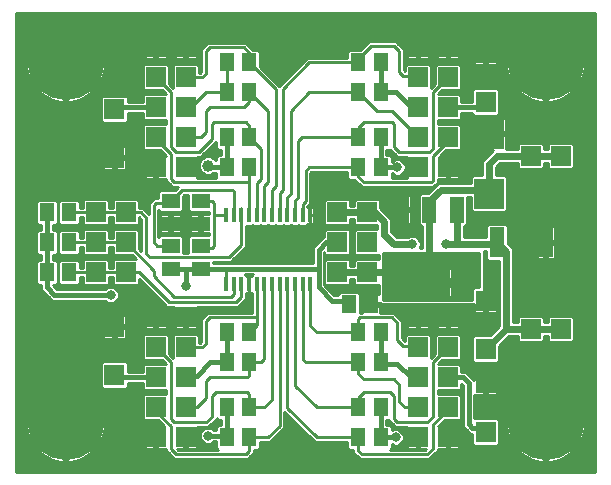
<source format=gbr>
G75*
G70*
%OFA0B0*%
%FSLAX24Y24*%
%IPPOS*%
%LPD*%
%AMOC8*
5,1,8,0,0,1.08239X$1,22.5*
%
%ADD10R,0.0118X0.0472*%
%ADD11R,0.0650X0.0650*%
%ADD12R,0.0512X0.0591*%
%ADD13R,0.0591X0.0512*%
%ADD14R,0.0669X0.0709*%
%ADD15C,0.2540*%
%ADD16R,0.0480X0.0880*%
%ADD17R,0.1417X0.0866*%
%ADD18R,0.0984X0.1004*%
%ADD19R,0.0500X0.1000*%
%ADD20C,0.0100*%
%ADD21C,0.0317*%
%ADD22C,0.0240*%
%ADD23C,0.0160*%
%ADD24C,0.0396*%
D10*
X007430Y010514D03*
X007686Y010514D03*
X007942Y010514D03*
X008198Y010514D03*
X008454Y010514D03*
X008710Y010514D03*
X008965Y010514D03*
X009221Y010514D03*
X009477Y010514D03*
X009733Y010514D03*
X009989Y010514D03*
X010245Y010514D03*
X010245Y012812D03*
X009989Y012812D03*
X009733Y012812D03*
X009477Y012812D03*
X009221Y012812D03*
X008965Y012812D03*
X008710Y012812D03*
X008454Y012812D03*
X008198Y012812D03*
X007942Y012812D03*
X007686Y012812D03*
X007430Y012812D03*
D11*
X006088Y014413D03*
X005088Y014413D03*
X005088Y015413D03*
X006088Y015413D03*
X006088Y016413D03*
X005088Y016413D03*
X005088Y017413D03*
X006088Y017413D03*
X006088Y018413D03*
X005088Y018413D03*
X004088Y012913D03*
X003088Y012913D03*
X003088Y011913D03*
X004088Y011913D03*
X004088Y010913D03*
X003088Y010913D03*
X005088Y009413D03*
X006088Y009413D03*
X006088Y008413D03*
X005088Y008413D03*
X005088Y007413D03*
X006088Y007413D03*
X006088Y006413D03*
X005088Y006413D03*
X005088Y005413D03*
X006088Y005413D03*
X011150Y010913D03*
X012150Y010913D03*
X012150Y011913D03*
X011150Y011913D03*
X011150Y012913D03*
X012150Y012913D03*
X013838Y014413D03*
X014838Y014413D03*
X014838Y015413D03*
X013838Y015413D03*
X013838Y016413D03*
X014838Y016413D03*
X014838Y017413D03*
X013838Y017413D03*
X013838Y018413D03*
X014838Y018413D03*
X017588Y015788D03*
X018588Y015788D03*
X018588Y014788D03*
X017588Y014788D03*
X017588Y013788D03*
X018588Y013788D03*
X018588Y010038D03*
X017588Y010038D03*
X017588Y009038D03*
X018588Y009038D03*
X018588Y008038D03*
X017588Y008038D03*
X014838Y008413D03*
X013838Y008413D03*
X013838Y009413D03*
X014838Y009413D03*
X014838Y007413D03*
X013838Y007413D03*
X013838Y006413D03*
X014838Y006413D03*
X014838Y005413D03*
X013838Y005413D03*
D12*
X012587Y005413D03*
X011838Y005413D03*
X011838Y006413D03*
X012587Y006413D03*
X012587Y007913D03*
X011838Y007913D03*
X011838Y008913D03*
X012587Y008913D03*
X012274Y009850D03*
X011526Y009850D03*
X008212Y008913D03*
X007463Y008913D03*
X007463Y007913D03*
X008212Y007913D03*
X008212Y006413D03*
X007463Y006413D03*
X007463Y005413D03*
X008212Y005413D03*
X002212Y010913D03*
X001463Y010913D03*
X001463Y011913D03*
X002212Y011913D03*
X002212Y012913D03*
X001463Y012913D03*
X007463Y014413D03*
X008212Y014413D03*
X008212Y015413D03*
X007463Y015413D03*
X007463Y016913D03*
X008212Y016913D03*
X008212Y017913D03*
X007463Y017913D03*
X011838Y017913D03*
X012587Y017913D03*
X012587Y016913D03*
X011838Y016913D03*
X011838Y015413D03*
X012587Y015413D03*
X012587Y014413D03*
X011838Y014413D03*
D13*
X006588Y013287D03*
X006588Y012539D03*
X006588Y011787D03*
X006588Y011039D03*
X005588Y011039D03*
X005588Y011787D03*
X005588Y012539D03*
X005588Y013287D03*
D14*
X003713Y014731D03*
X003713Y016345D03*
X003713Y009095D03*
X003713Y007481D03*
X016088Y007220D03*
X016088Y008356D03*
X016088Y009970D03*
X016088Y005606D03*
X016088Y016606D03*
X016088Y018220D03*
D15*
X018088Y017913D03*
X018088Y005913D03*
X002088Y005913D03*
X002088Y017913D03*
D16*
X013303Y013008D03*
X014213Y013008D03*
X015123Y013008D03*
D17*
X014213Y010568D03*
D18*
X016213Y013544D03*
X016213Y015532D03*
D19*
X016463Y011913D03*
X018088Y011913D03*
D20*
X000437Y004263D02*
X000437Y019563D01*
X019738Y019563D01*
X019738Y004263D01*
X000437Y004263D01*
X000437Y004307D02*
X019738Y004307D01*
X019738Y004405D02*
X000437Y004405D01*
X000437Y004504D02*
X019738Y004504D01*
X019738Y004602D02*
X018249Y004602D01*
X018281Y004606D02*
X018409Y004631D01*
X018533Y004669D01*
X018653Y004718D01*
X018767Y004779D01*
X018875Y004851D01*
X018975Y004934D01*
X019067Y005025D01*
X019149Y005126D01*
X019221Y005234D01*
X019282Y005348D01*
X019332Y005468D01*
X019369Y005592D01*
X019395Y005719D01*
X019407Y005848D01*
X019407Y005863D01*
X018138Y005863D01*
X018138Y005963D01*
X019407Y005963D01*
X019407Y005978D01*
X019395Y006107D01*
X019369Y006234D01*
X019332Y006358D01*
X019282Y006478D01*
X019221Y006592D01*
X019149Y006700D01*
X019067Y006801D01*
X018975Y006892D01*
X018875Y006975D01*
X018767Y007047D01*
X018653Y007108D01*
X018533Y007157D01*
X018409Y007195D01*
X018281Y007220D01*
X018152Y007233D01*
X018137Y007233D01*
X018137Y005963D01*
X018038Y005963D01*
X018038Y007233D01*
X018023Y007233D01*
X017894Y007220D01*
X017766Y007195D01*
X017642Y007157D01*
X017522Y007108D01*
X017408Y007047D01*
X017300Y006975D01*
X017200Y006892D01*
X017108Y006801D01*
X017026Y006700D01*
X016954Y006592D01*
X016893Y006478D01*
X016843Y006358D01*
X016806Y006234D01*
X016780Y006107D01*
X016768Y005978D01*
X016768Y005963D01*
X018037Y005963D01*
X018037Y005863D01*
X016768Y005863D01*
X016768Y005848D01*
X016780Y005719D01*
X016806Y005592D01*
X016843Y005468D01*
X016893Y005348D01*
X016954Y005234D01*
X017026Y005126D01*
X017108Y005025D01*
X017200Y004934D01*
X017300Y004851D01*
X017408Y004779D01*
X017522Y004718D01*
X017642Y004669D01*
X017766Y004631D01*
X017894Y004606D01*
X018023Y004593D01*
X018038Y004593D01*
X018038Y005863D01*
X018137Y005863D01*
X018137Y004593D01*
X018152Y004593D01*
X018281Y004606D01*
X018137Y004602D02*
X018038Y004602D01*
X018038Y004701D02*
X018137Y004701D01*
X018137Y004799D02*
X018038Y004799D01*
X018038Y004898D02*
X018137Y004898D01*
X018137Y004996D02*
X018038Y004996D01*
X018038Y005095D02*
X018137Y005095D01*
X018137Y005193D02*
X018038Y005193D01*
X018038Y005292D02*
X018137Y005292D01*
X018137Y005390D02*
X018038Y005390D01*
X018038Y005489D02*
X018137Y005489D01*
X018137Y005587D02*
X018038Y005587D01*
X018038Y005686D02*
X018137Y005686D01*
X018137Y005784D02*
X018038Y005784D01*
X018037Y005883D02*
X016532Y005883D01*
X016532Y005981D02*
X016768Y005981D01*
X016778Y006080D02*
X015715Y006080D01*
X015715Y006070D02*
X015715Y006833D01*
X015725Y006823D01*
X015743Y006816D01*
X016038Y006816D01*
X016038Y007170D01*
X016137Y007170D01*
X016137Y006816D01*
X016432Y006816D01*
X016450Y006823D01*
X016465Y006837D01*
X016472Y006856D01*
X016472Y007170D01*
X016138Y007170D01*
X016138Y007270D01*
X016472Y007270D01*
X016472Y007584D01*
X016465Y007603D01*
X016450Y007617D01*
X016432Y007624D01*
X016137Y007624D01*
X016137Y007270D01*
X016038Y007270D01*
X016038Y007624D01*
X015743Y007624D01*
X015725Y007617D01*
X015710Y007603D01*
X015703Y007584D01*
X015703Y007316D01*
X015604Y007415D01*
X015416Y007603D01*
X015272Y007603D01*
X015272Y007784D01*
X015208Y007848D01*
X014499Y007848D01*
X014629Y007978D01*
X015208Y007978D01*
X015272Y008042D01*
X015272Y008784D01*
X015208Y008848D01*
X014467Y008848D01*
X014403Y008784D01*
X014403Y008204D01*
X014272Y008074D01*
X014272Y008784D01*
X014208Y008848D01*
X013467Y008848D01*
X013403Y008784D01*
X013403Y008637D01*
X013310Y008729D01*
X013310Y009292D01*
X013216Y009385D01*
X013029Y009573D01*
X012580Y009573D01*
X012580Y009800D01*
X012324Y009800D01*
X012324Y009900D01*
X012580Y009900D01*
X012580Y009902D01*
X012634Y009848D01*
X015703Y009848D01*
X015703Y009606D01*
X015710Y009587D01*
X015725Y009573D01*
X015743Y009566D01*
X016038Y009566D01*
X016038Y009920D01*
X016137Y009920D01*
X016137Y009566D01*
X016432Y009566D01*
X016450Y009573D01*
X016465Y009587D01*
X016472Y009606D01*
X016472Y009920D01*
X016138Y009920D01*
X016138Y010020D01*
X016540Y010020D01*
X016472Y010020D02*
X016472Y010334D01*
X016465Y010353D01*
X016450Y010367D01*
X016432Y010374D01*
X016137Y010374D01*
X016137Y010020D01*
X016038Y010020D01*
X016038Y010374D01*
X016027Y010374D01*
X016027Y011617D01*
X016024Y011620D01*
X016103Y011620D01*
X016103Y011367D01*
X016167Y011303D01*
X016540Y011303D01*
X016540Y009133D01*
X016227Y008820D01*
X015707Y008820D01*
X015643Y008756D01*
X015643Y007956D01*
X015707Y007892D01*
X016468Y007892D01*
X016532Y007956D01*
X016532Y008475D01*
X016865Y008808D01*
X017153Y008808D01*
X017153Y008667D01*
X017217Y008603D01*
X017958Y008603D01*
X018022Y008667D01*
X018022Y008808D01*
X018153Y008808D01*
X018153Y008667D01*
X018217Y008603D01*
X018958Y008603D01*
X019022Y008667D01*
X019022Y009409D01*
X018958Y009473D01*
X018217Y009473D01*
X018153Y009409D01*
X018153Y009268D01*
X018022Y009268D01*
X018022Y009409D01*
X017958Y009473D01*
X017217Y009473D01*
X017153Y009409D01*
X017153Y009268D01*
X017000Y009268D01*
X017000Y011701D01*
X016822Y011878D01*
X016822Y012459D01*
X016758Y012523D01*
X016167Y012523D01*
X016103Y012459D01*
X016103Y012080D01*
X015352Y012080D01*
X015352Y012458D01*
X015408Y012458D01*
X015472Y012522D01*
X015472Y013433D01*
X015610Y013433D01*
X015610Y012996D01*
X015675Y012932D01*
X016750Y012932D01*
X016815Y012996D01*
X016815Y014091D01*
X016750Y014156D01*
X016442Y014156D01*
X016442Y014443D01*
X016558Y014558D01*
X017153Y014558D01*
X017153Y014417D01*
X017217Y014353D01*
X017958Y014353D01*
X018022Y014417D01*
X018022Y014558D01*
X018153Y014558D01*
X018153Y014417D01*
X018217Y014353D01*
X018958Y014353D01*
X019022Y014417D01*
X019022Y015159D01*
X018958Y015223D01*
X018217Y015223D01*
X018153Y015159D01*
X018153Y015018D01*
X018022Y015018D01*
X018022Y015159D01*
X017958Y015223D01*
X017217Y015223D01*
X017153Y015159D01*
X017153Y015018D01*
X016754Y015018D01*
X016755Y015020D01*
X016755Y015482D01*
X016263Y015482D01*
X016263Y015582D01*
X016755Y015582D01*
X016755Y016044D01*
X016747Y016062D01*
X016733Y016076D01*
X016715Y016084D01*
X016262Y016084D01*
X016262Y015582D01*
X016163Y015582D01*
X016163Y016084D01*
X015710Y016084D01*
X015692Y016076D01*
X015678Y016062D01*
X015670Y016044D01*
X015670Y015582D01*
X016162Y015582D01*
X016162Y015482D01*
X015670Y015482D01*
X015670Y015020D01*
X015678Y015002D01*
X015692Y014988D01*
X015710Y014980D01*
X016163Y014980D01*
X016163Y015482D01*
X016262Y015482D01*
X016262Y014980D01*
X016329Y014980D01*
X016117Y014768D01*
X015983Y014633D01*
X015983Y014156D01*
X015675Y014156D01*
X015610Y014091D01*
X015610Y013893D01*
X014492Y013893D01*
X014358Y013758D01*
X014157Y013558D01*
X013927Y013558D01*
X013863Y013494D01*
X013863Y012522D01*
X013927Y012458D01*
X013983Y012458D01*
X013983Y011728D01*
X013890Y011728D01*
X013919Y011797D01*
X013919Y011904D01*
X013878Y012003D01*
X013802Y012078D01*
X013703Y012119D01*
X013597Y012119D01*
X013503Y012080D01*
X013120Y012080D01*
X012942Y012258D01*
X012942Y012696D01*
X012808Y012830D01*
X012585Y013053D01*
X012585Y013284D01*
X012521Y013348D01*
X011779Y013348D01*
X011715Y013284D01*
X011715Y013143D01*
X011585Y013143D01*
X011585Y013284D01*
X011521Y013348D01*
X010779Y013348D01*
X010715Y013284D01*
X010715Y012542D01*
X010779Y012478D01*
X011521Y012478D01*
X011585Y012542D01*
X011585Y012683D01*
X011715Y012683D01*
X011715Y012542D01*
X011779Y012478D01*
X012483Y012478D01*
X012483Y012348D01*
X011779Y012348D01*
X011715Y012284D01*
X011715Y011542D01*
X011779Y011478D01*
X012521Y011478D01*
X012523Y011480D01*
X012523Y011346D01*
X012521Y011348D01*
X011779Y011348D01*
X011715Y011284D01*
X011715Y011143D01*
X011585Y011143D01*
X011585Y011284D01*
X011521Y011348D01*
X010779Y011348D01*
X010715Y011284D01*
X010715Y010542D01*
X010779Y010478D01*
X011521Y010478D01*
X011585Y010542D01*
X011585Y010683D01*
X011715Y010683D01*
X011715Y010542D01*
X011779Y010478D01*
X012521Y010478D01*
X012523Y010480D01*
X012523Y010196D01*
X012324Y010196D01*
X012324Y009900D01*
X012224Y009900D01*
X012224Y009800D01*
X011968Y009800D01*
X011968Y009573D01*
X011892Y009573D01*
X011892Y010191D01*
X011827Y010256D01*
X011225Y010256D01*
X011160Y010191D01*
X011160Y010165D01*
X011041Y010165D01*
X010715Y010492D01*
X010715Y011584D01*
X010715Y011584D01*
X010715Y011542D01*
X010779Y011478D01*
X011521Y011478D01*
X011585Y011542D01*
X011585Y012284D01*
X011521Y012348D01*
X010779Y012348D01*
X010715Y012284D01*
X010715Y012103D01*
X010696Y012103D01*
X010446Y011853D01*
X010335Y011742D01*
X010335Y011228D01*
X007542Y011228D01*
X007541Y011229D01*
X006993Y011229D01*
X006993Y011253D01*
X007591Y011253D01*
X007685Y011347D01*
X008102Y011764D01*
X008102Y012466D01*
X008302Y012466D01*
X008326Y012489D01*
X008349Y012466D01*
X008558Y012466D01*
X008582Y012489D01*
X008605Y012466D01*
X008814Y012466D01*
X008837Y012489D01*
X008861Y012466D01*
X009070Y012466D01*
X009093Y012489D01*
X009117Y012466D01*
X009326Y012466D01*
X009349Y012489D01*
X009373Y012466D01*
X009582Y012466D01*
X009605Y012489D01*
X009629Y012466D01*
X009838Y012466D01*
X009861Y012489D01*
X009884Y012466D01*
X010094Y012466D01*
X010158Y012530D01*
X010158Y012533D01*
X010176Y012526D01*
X010245Y012526D01*
X010314Y012526D01*
X010332Y012533D01*
X010346Y012547D01*
X010354Y012566D01*
X010354Y012812D01*
X010354Y013058D01*
X010346Y013076D01*
X010332Y013090D01*
X010314Y013098D01*
X010245Y013098D01*
X010245Y012812D01*
X010245Y012812D01*
X010245Y013098D01*
X010176Y013098D01*
X010158Y013091D01*
X010158Y013094D01*
X010149Y013103D01*
X010149Y013123D01*
X010154Y013128D01*
X010247Y013222D01*
X010247Y014222D01*
X010279Y014253D01*
X011473Y014253D01*
X011473Y014072D01*
X011537Y014008D01*
X011704Y014008D01*
X011865Y013847D01*
X011959Y013753D01*
X014341Y013753D01*
X014404Y013815D01*
X014497Y013909D01*
X014497Y014040D01*
X014503Y014038D01*
X014800Y014038D01*
X014800Y014375D01*
X014875Y014375D01*
X014875Y014038D01*
X015172Y014038D01*
X015191Y014046D01*
X015205Y014060D01*
X015212Y014078D01*
X015212Y014375D01*
X014875Y014375D01*
X014875Y014450D01*
X015212Y014450D01*
X015212Y014748D01*
X016097Y014748D01*
X015999Y014650D02*
X015212Y014650D01*
X015212Y014748D02*
X015205Y014766D01*
X015191Y014780D01*
X015172Y014788D01*
X014875Y014788D01*
X014875Y014450D01*
X014800Y014450D01*
X014800Y014788D01*
X014564Y014788D01*
X014754Y014978D01*
X015208Y014978D01*
X015272Y015042D01*
X015272Y015784D01*
X015208Y015848D01*
X014497Y015848D01*
X014497Y015978D01*
X015208Y015978D01*
X015272Y016042D01*
X015272Y016223D01*
X015643Y016223D01*
X015643Y016206D01*
X015707Y016142D01*
X016468Y016142D01*
X016532Y016206D01*
X016532Y017006D01*
X016468Y017070D01*
X015707Y017070D01*
X015643Y017006D01*
X015643Y016603D01*
X015272Y016603D01*
X015272Y016784D01*
X015208Y016848D01*
X014499Y016848D01*
X014629Y016978D01*
X015208Y016978D01*
X015272Y017042D01*
X015272Y017784D01*
X015208Y017848D01*
X014467Y017848D01*
X014403Y017784D01*
X014403Y017204D01*
X014272Y017074D01*
X014272Y017784D01*
X014208Y017848D01*
X013467Y017848D01*
X013403Y017784D01*
X013403Y017637D01*
X013372Y017667D01*
X013372Y018354D01*
X013279Y018448D01*
X013185Y018542D01*
X013091Y018635D01*
X012209Y018635D01*
X011892Y018318D01*
X011537Y018318D01*
X011473Y018254D01*
X011473Y018073D01*
X010146Y018073D01*
X010053Y017979D01*
X009212Y017139D01*
X008577Y017773D01*
X008577Y018254D01*
X008513Y018318D01*
X008346Y018318D01*
X008185Y018479D01*
X008091Y018573D01*
X006834Y018573D01*
X006709Y018448D01*
X006615Y018354D01*
X006615Y017604D01*
X006584Y017573D01*
X006522Y017573D01*
X006522Y017784D01*
X006458Y017848D01*
X005717Y017848D01*
X005653Y017784D01*
X005653Y017074D01*
X005522Y017204D01*
X005522Y017784D01*
X005458Y017848D01*
X004717Y017848D01*
X004653Y017784D01*
X004653Y017042D01*
X004717Y016978D01*
X005296Y016978D01*
X005426Y016848D01*
X004717Y016848D01*
X004653Y016784D01*
X004653Y016603D01*
X004157Y016603D01*
X004157Y016745D01*
X004093Y016809D01*
X003332Y016809D01*
X003268Y016745D01*
X003268Y015945D01*
X003332Y015881D01*
X004093Y015881D01*
X004157Y015945D01*
X004157Y016223D01*
X004653Y016223D01*
X004653Y016042D01*
X004717Y015978D01*
X005428Y015978D01*
X005428Y015848D01*
X004717Y015848D01*
X004653Y015784D01*
X004653Y015042D01*
X004717Y014978D01*
X005234Y014978D01*
X005425Y014787D01*
X005422Y014788D01*
X005125Y014788D01*
X005125Y014450D01*
X005050Y014450D01*
X005050Y014375D01*
X005125Y014375D01*
X005125Y014038D01*
X005422Y014038D01*
X005428Y014040D01*
X005428Y013972D01*
X005553Y013847D01*
X005646Y013753D01*
X005826Y013753D01*
X005726Y013653D01*
X005247Y013653D01*
X005182Y013588D01*
X005182Y013385D01*
X005021Y013385D01*
X004959Y013323D01*
X004865Y013229D01*
X004865Y012862D01*
X004747Y012979D01*
X004654Y013073D01*
X004522Y013073D01*
X004522Y013284D01*
X004458Y013348D01*
X003717Y013348D01*
X003653Y013284D01*
X003653Y013073D01*
X003522Y013073D01*
X003522Y013284D01*
X003458Y013348D01*
X002717Y013348D01*
X002653Y013284D01*
X002653Y013073D01*
X002577Y013073D01*
X002577Y013254D01*
X002513Y013318D01*
X001910Y013318D01*
X001846Y013254D01*
X001846Y012572D01*
X001910Y012508D01*
X002513Y012508D01*
X002577Y012572D01*
X002577Y012753D01*
X002653Y012753D01*
X002653Y012542D01*
X002717Y012478D01*
X003458Y012478D01*
X003522Y012542D01*
X003522Y012753D01*
X003653Y012753D01*
X003653Y012542D01*
X003717Y012478D01*
X004458Y012478D01*
X004522Y012542D01*
X004522Y012752D01*
X004615Y012659D01*
X004615Y011612D01*
X004522Y011704D01*
X004522Y012284D01*
X004458Y012348D01*
X003717Y012348D01*
X003653Y012284D01*
X003653Y012073D01*
X003522Y012073D01*
X003522Y012284D01*
X003458Y012348D01*
X002717Y012348D01*
X002653Y012284D01*
X002653Y012073D01*
X002577Y012073D01*
X002577Y012254D01*
X002513Y012318D01*
X001910Y012318D01*
X001846Y012254D01*
X001846Y011572D01*
X001910Y011508D01*
X002513Y011508D01*
X002577Y011572D01*
X002577Y011753D01*
X002653Y011753D01*
X002653Y011542D01*
X002717Y011478D01*
X003458Y011478D01*
X003522Y011542D01*
X003522Y011753D01*
X003653Y011753D01*
X003653Y011542D01*
X003717Y011478D01*
X004296Y011478D01*
X004426Y011348D01*
X003717Y011348D01*
X003653Y011284D01*
X003653Y011073D01*
X003522Y011073D01*
X003522Y011284D01*
X003458Y011348D01*
X002717Y011348D01*
X002653Y011284D01*
X002653Y011073D01*
X002577Y011073D01*
X002577Y011254D01*
X002513Y011318D01*
X001910Y011318D01*
X001846Y011254D01*
X001846Y010572D01*
X001910Y010508D01*
X002513Y010508D01*
X002577Y010572D01*
X002577Y010753D01*
X002653Y010753D01*
X002653Y010542D01*
X002717Y010478D01*
X003458Y010478D01*
X003522Y010542D01*
X003522Y010753D01*
X003653Y010753D01*
X003653Y010542D01*
X003717Y010478D01*
X004458Y010478D01*
X004522Y010542D01*
X004522Y010689D01*
X005425Y009787D01*
X005422Y009788D01*
X005125Y009788D01*
X005125Y009450D01*
X005462Y009450D01*
X005462Y009748D01*
X005460Y009753D01*
X005715Y009753D01*
X005713Y009748D01*
X005713Y009450D01*
X006050Y009450D01*
X006050Y009375D01*
X006125Y009375D01*
X006125Y009038D01*
X006422Y009038D01*
X006441Y009046D01*
X006455Y009060D01*
X006462Y009078D01*
X006462Y009375D01*
X006125Y009375D01*
X006125Y009450D01*
X006462Y009450D01*
X006462Y009748D01*
X006460Y009753D01*
X007841Y009753D01*
X007935Y009847D01*
X008102Y010014D01*
X008102Y010223D01*
X008111Y010232D01*
X008111Y010235D01*
X008129Y010228D01*
X008198Y010228D01*
X008267Y010228D01*
X008285Y010235D01*
X008285Y010232D01*
X008294Y010223D01*
X008294Y009573D01*
X006834Y009573D01*
X006709Y009448D01*
X006615Y009354D01*
X006615Y008604D01*
X006584Y008573D01*
X006522Y008573D01*
X006522Y008784D01*
X006458Y008848D01*
X005717Y008848D01*
X005653Y008784D01*
X005653Y008074D01*
X005522Y008204D01*
X005522Y008784D01*
X005458Y008848D01*
X004717Y008848D01*
X004653Y008784D01*
X004653Y008042D01*
X004717Y007978D01*
X005296Y007978D01*
X005426Y007848D01*
X004717Y007848D01*
X004653Y007784D01*
X004653Y007603D01*
X004157Y007603D01*
X004157Y007881D01*
X004093Y007945D01*
X003332Y007945D01*
X003268Y007881D01*
X003268Y007081D01*
X003332Y007017D01*
X004093Y007017D01*
X004157Y007081D01*
X004157Y007223D01*
X004653Y007223D01*
X004653Y007042D01*
X004717Y006978D01*
X005428Y006978D01*
X005428Y006848D01*
X004717Y006848D01*
X004653Y006784D01*
X004653Y006042D01*
X004717Y005978D01*
X005171Y005978D01*
X005361Y005788D01*
X005125Y005788D01*
X005125Y005450D01*
X005050Y005450D01*
X005050Y005375D01*
X005125Y005375D01*
X005125Y005038D01*
X005422Y005038D01*
X005428Y005040D01*
X005428Y004972D01*
X005521Y004878D01*
X005709Y004690D01*
X008154Y004690D01*
X008247Y004784D01*
X008372Y004908D01*
X008372Y005008D01*
X008513Y005008D01*
X008577Y005072D01*
X008577Y005253D01*
X008904Y005253D01*
X008997Y005347D01*
X009381Y005731D01*
X009381Y006268D01*
X009411Y006238D01*
X010303Y005347D01*
X010396Y005253D01*
X011473Y005253D01*
X011473Y005072D01*
X011537Y005008D01*
X011678Y005008D01*
X011678Y004908D01*
X011803Y004784D01*
X011896Y004690D01*
X014216Y004690D01*
X014404Y004878D01*
X014497Y004972D01*
X014497Y005040D01*
X014503Y005038D01*
X014800Y005038D01*
X014800Y005375D01*
X014875Y005375D01*
X014875Y005038D01*
X015172Y005038D01*
X015191Y005046D01*
X015205Y005060D01*
X015212Y005078D01*
X015212Y005375D01*
X014875Y005375D01*
X014875Y005450D01*
X015212Y005450D01*
X015212Y005748D01*
X015205Y005766D01*
X015191Y005780D01*
X015172Y005788D01*
X014875Y005788D01*
X014875Y005450D01*
X014800Y005450D01*
X014800Y005788D01*
X014503Y005788D01*
X014500Y005787D01*
X014654Y005940D01*
X014691Y005978D01*
X015208Y005978D01*
X015272Y006042D01*
X015272Y006784D01*
X015208Y006848D01*
X014497Y006848D01*
X014497Y006978D01*
X015208Y006978D01*
X015272Y007042D01*
X015272Y007209D01*
X015335Y007147D01*
X015335Y005772D01*
X015460Y005647D01*
X015571Y005535D01*
X015643Y005535D01*
X015643Y005206D01*
X015707Y005142D01*
X016468Y005142D01*
X016532Y005206D01*
X016532Y006006D01*
X016468Y006070D01*
X015715Y006070D01*
X015715Y006178D02*
X016794Y006178D01*
X016819Y006277D02*
X015715Y006277D01*
X015715Y006375D02*
X016850Y006375D01*
X016891Y006474D02*
X015715Y006474D01*
X015715Y006572D02*
X016943Y006572D01*
X017006Y006671D02*
X015715Y006671D01*
X015715Y006769D02*
X017083Y006769D01*
X017176Y006868D02*
X016472Y006868D01*
X016472Y006966D02*
X017290Y006966D01*
X017443Y007065D02*
X016472Y007065D01*
X016472Y007164D02*
X017663Y007164D01*
X018038Y007164D02*
X018137Y007164D01*
X018137Y007065D02*
X018038Y007065D01*
X018038Y006966D02*
X018137Y006966D01*
X018137Y006868D02*
X018038Y006868D01*
X018038Y006769D02*
X018137Y006769D01*
X018137Y006671D02*
X018038Y006671D01*
X018038Y006572D02*
X018137Y006572D01*
X018137Y006474D02*
X018038Y006474D01*
X018038Y006375D02*
X018137Y006375D01*
X018137Y006277D02*
X018038Y006277D01*
X018038Y006178D02*
X018137Y006178D01*
X018137Y006080D02*
X018038Y006080D01*
X018038Y005981D02*
X018137Y005981D01*
X018138Y005883D02*
X019738Y005883D01*
X019738Y005981D02*
X019407Y005981D01*
X019397Y006080D02*
X019738Y006080D01*
X019738Y006178D02*
X019381Y006178D01*
X019356Y006277D02*
X019738Y006277D01*
X019738Y006375D02*
X019325Y006375D01*
X019284Y006474D02*
X019738Y006474D01*
X019738Y006572D02*
X019232Y006572D01*
X019169Y006671D02*
X019738Y006671D01*
X019738Y006769D02*
X019092Y006769D01*
X018999Y006868D02*
X019738Y006868D01*
X019738Y006966D02*
X018885Y006966D01*
X018732Y007065D02*
X019738Y007065D01*
X019738Y007164D02*
X018512Y007164D01*
X018550Y007663D02*
X018253Y007663D01*
X018234Y007671D01*
X018220Y007685D01*
X018213Y007703D01*
X018213Y008000D01*
X018550Y008000D01*
X018550Y007663D01*
X018625Y007663D02*
X018922Y007663D01*
X018941Y007671D01*
X018955Y007685D01*
X018962Y007703D01*
X018962Y008000D01*
X018625Y008000D01*
X018550Y008000D01*
X018550Y008075D01*
X018213Y008075D01*
X018213Y008373D01*
X018220Y008391D01*
X018234Y008405D01*
X018253Y008413D01*
X018550Y008413D01*
X018550Y008075D01*
X018625Y008075D01*
X018962Y008075D01*
X018962Y008373D01*
X018955Y008391D01*
X018941Y008405D01*
X018922Y008413D01*
X018625Y008413D01*
X018625Y008075D01*
X018625Y008000D01*
X018625Y007663D01*
X018625Y007755D02*
X018550Y007755D01*
X018550Y007853D02*
X018625Y007853D01*
X018625Y007952D02*
X018550Y007952D01*
X018550Y008050D02*
X017625Y008050D01*
X017625Y008075D02*
X017962Y008075D01*
X017962Y008373D01*
X017955Y008391D01*
X017941Y008405D01*
X017922Y008413D01*
X017625Y008413D01*
X017625Y008075D01*
X017625Y008000D01*
X017625Y007663D01*
X017922Y007663D01*
X017941Y007671D01*
X017955Y007685D01*
X017962Y007703D01*
X017962Y008000D01*
X017625Y008000D01*
X017550Y008000D01*
X017550Y007663D01*
X017253Y007663D01*
X017234Y007671D01*
X017220Y007685D01*
X017213Y007703D01*
X017213Y008000D01*
X017550Y008000D01*
X017550Y008075D01*
X017213Y008075D01*
X017213Y008373D01*
X017220Y008391D01*
X017234Y008405D01*
X017253Y008413D01*
X017550Y008413D01*
X017550Y008075D01*
X017625Y008075D01*
X017625Y008149D02*
X017550Y008149D01*
X017550Y008247D02*
X017625Y008247D01*
X017625Y008346D02*
X017550Y008346D01*
X017550Y008050D02*
X016532Y008050D01*
X016532Y008149D02*
X017213Y008149D01*
X017213Y008247D02*
X016532Y008247D01*
X016532Y008346D02*
X017213Y008346D01*
X017179Y008641D02*
X016698Y008641D01*
X016796Y008740D02*
X017153Y008740D01*
X016599Y008543D02*
X019738Y008543D01*
X019738Y008641D02*
X018996Y008641D01*
X019022Y008740D02*
X019738Y008740D01*
X019738Y008838D02*
X019022Y008838D01*
X019022Y008937D02*
X019738Y008937D01*
X019738Y009035D02*
X019022Y009035D01*
X019022Y009134D02*
X019738Y009134D01*
X019738Y009232D02*
X019022Y009232D01*
X019022Y009331D02*
X019738Y009331D01*
X019738Y009429D02*
X019002Y009429D01*
X018922Y009663D02*
X018625Y009663D01*
X018625Y010000D01*
X018550Y010000D01*
X018550Y009663D01*
X018253Y009663D01*
X018234Y009671D01*
X018220Y009685D01*
X018213Y009703D01*
X018213Y010000D01*
X018550Y010000D01*
X018550Y010075D01*
X018213Y010075D01*
X018213Y010373D01*
X018220Y010391D01*
X018234Y010405D01*
X018253Y010413D01*
X018550Y010413D01*
X018550Y010075D01*
X018625Y010075D01*
X018962Y010075D01*
X018962Y010373D01*
X018955Y010391D01*
X018941Y010405D01*
X018922Y010413D01*
X018625Y010413D01*
X018625Y010075D01*
X018625Y010000D01*
X018962Y010000D01*
X018962Y009703D01*
X018955Y009685D01*
X018941Y009671D01*
X018922Y009663D01*
X018962Y009725D02*
X019738Y009725D01*
X019738Y009823D02*
X018962Y009823D01*
X018962Y009922D02*
X019738Y009922D01*
X019738Y010020D02*
X018625Y010020D01*
X018550Y010020D02*
X017625Y010020D01*
X017625Y010000D02*
X017625Y010075D01*
X017962Y010075D01*
X017962Y010373D01*
X017955Y010391D01*
X017941Y010405D01*
X017922Y010413D01*
X017625Y010413D01*
X017625Y010075D01*
X017550Y010075D01*
X017550Y010000D01*
X017550Y009663D01*
X017253Y009663D01*
X017234Y009671D01*
X017220Y009685D01*
X017213Y009703D01*
X017213Y010000D01*
X017550Y010000D01*
X017625Y010000D01*
X017625Y009663D01*
X017922Y009663D01*
X017941Y009671D01*
X017955Y009685D01*
X017962Y009703D01*
X017962Y010000D01*
X017625Y010000D01*
X017550Y010020D02*
X017000Y010020D01*
X017000Y009922D02*
X017213Y009922D01*
X017213Y009823D02*
X017000Y009823D01*
X017000Y009725D02*
X017213Y009725D01*
X017000Y009626D02*
X019738Y009626D01*
X019738Y009528D02*
X017000Y009528D01*
X017000Y009429D02*
X017173Y009429D01*
X017153Y009331D02*
X017000Y009331D01*
X016540Y009331D02*
X015212Y009331D01*
X015212Y009375D02*
X014875Y009375D01*
X014875Y009038D01*
X015172Y009038D01*
X015191Y009046D01*
X015205Y009060D01*
X015212Y009078D01*
X015212Y009375D01*
X015212Y009450D02*
X015212Y009748D01*
X015205Y009766D01*
X015191Y009780D01*
X015172Y009788D01*
X014875Y009788D01*
X014875Y009450D01*
X015212Y009450D01*
X015212Y009528D02*
X016540Y009528D01*
X016540Y009626D02*
X016472Y009626D01*
X016472Y009725D02*
X016540Y009725D01*
X016540Y009823D02*
X016472Y009823D01*
X016540Y009922D02*
X016138Y009922D01*
X016138Y010020D02*
X016472Y010020D01*
X016472Y010119D02*
X016540Y010119D01*
X016540Y010217D02*
X016472Y010217D01*
X016472Y010316D02*
X016540Y010316D01*
X016540Y010414D02*
X016027Y010414D01*
X016027Y010513D02*
X016540Y010513D01*
X016540Y010611D02*
X016027Y010611D01*
X016027Y010710D02*
X016540Y010710D01*
X016540Y010808D02*
X016027Y010808D01*
X016027Y010907D02*
X016540Y010907D01*
X016540Y011005D02*
X016027Y011005D01*
X016027Y011104D02*
X016540Y011104D01*
X016540Y011202D02*
X016027Y011202D01*
X016027Y011301D02*
X016540Y011301D01*
X016103Y011399D02*
X016027Y011399D01*
X016027Y011498D02*
X016103Y011498D01*
X016103Y011596D02*
X016027Y011596D01*
X016103Y012089D02*
X015352Y012089D01*
X015352Y012187D02*
X016103Y012187D01*
X016103Y012286D02*
X015352Y012286D01*
X015352Y012384D02*
X016103Y012384D01*
X016126Y012483D02*
X015433Y012483D01*
X015472Y012581D02*
X019738Y012581D01*
X019738Y012483D02*
X016799Y012483D01*
X016822Y012384D02*
X017788Y012384D01*
X017788Y012423D02*
X017788Y011963D01*
X018037Y011963D01*
X018037Y011863D01*
X017788Y011863D01*
X017788Y011403D01*
X017795Y011385D01*
X017809Y011371D01*
X017828Y011363D01*
X018038Y011363D01*
X018038Y011863D01*
X018137Y011863D01*
X018137Y011363D01*
X018347Y011363D01*
X018366Y011371D01*
X018380Y011385D01*
X018387Y011403D01*
X018387Y011863D01*
X018138Y011863D01*
X018138Y011963D01*
X018387Y011963D01*
X018387Y012423D01*
X018380Y012441D01*
X018366Y012455D01*
X018347Y012463D01*
X018137Y012463D01*
X018137Y011963D01*
X018038Y011963D01*
X018038Y012463D01*
X017828Y012463D01*
X017809Y012455D01*
X017795Y012441D01*
X017788Y012423D01*
X017788Y012286D02*
X016822Y012286D01*
X016822Y012187D02*
X017788Y012187D01*
X017788Y012089D02*
X016822Y012089D01*
X016822Y011990D02*
X017788Y011990D01*
X017788Y011793D02*
X016908Y011793D01*
X016822Y011892D02*
X018037Y011892D01*
X018038Y011990D02*
X018137Y011990D01*
X018138Y011892D02*
X019738Y011892D01*
X019738Y011990D02*
X018387Y011990D01*
X018387Y012089D02*
X019738Y012089D01*
X019738Y012187D02*
X018387Y012187D01*
X018387Y012286D02*
X019738Y012286D01*
X019738Y012384D02*
X018387Y012384D01*
X018137Y012384D02*
X018038Y012384D01*
X018038Y012286D02*
X018137Y012286D01*
X018137Y012187D02*
X018038Y012187D01*
X018038Y012089D02*
X018137Y012089D01*
X018137Y011793D02*
X018038Y011793D01*
X018038Y011695D02*
X018137Y011695D01*
X018137Y011596D02*
X018038Y011596D01*
X018038Y011498D02*
X018137Y011498D01*
X018137Y011399D02*
X018038Y011399D01*
X017789Y011399D02*
X017000Y011399D01*
X017000Y011301D02*
X019738Y011301D01*
X019738Y011399D02*
X018386Y011399D01*
X018387Y011498D02*
X019738Y011498D01*
X019738Y011596D02*
X018387Y011596D01*
X018387Y011695D02*
X019738Y011695D01*
X019738Y011793D02*
X018387Y011793D01*
X017788Y011695D02*
X017000Y011695D01*
X017000Y011596D02*
X017788Y011596D01*
X017788Y011498D02*
X017000Y011498D01*
X017000Y011202D02*
X019738Y011202D01*
X019738Y011104D02*
X017000Y011104D01*
X017000Y011005D02*
X019738Y011005D01*
X019738Y010907D02*
X017000Y010907D01*
X017000Y010808D02*
X019738Y010808D01*
X019738Y010710D02*
X017000Y010710D01*
X017000Y010611D02*
X019738Y010611D01*
X019738Y010513D02*
X017000Y010513D01*
X017000Y010414D02*
X019738Y010414D01*
X019738Y010316D02*
X018962Y010316D01*
X018962Y010217D02*
X019738Y010217D01*
X019738Y010119D02*
X018962Y010119D01*
X018625Y010119D02*
X018550Y010119D01*
X018550Y010217D02*
X018625Y010217D01*
X018625Y010316D02*
X018550Y010316D01*
X018213Y010316D02*
X017962Y010316D01*
X017962Y010217D02*
X018213Y010217D01*
X018213Y010119D02*
X017962Y010119D01*
X017962Y009922D02*
X018213Y009922D01*
X018213Y009823D02*
X017962Y009823D01*
X017962Y009725D02*
X018213Y009725D01*
X018173Y009429D02*
X018002Y009429D01*
X018022Y009331D02*
X018153Y009331D01*
X018550Y009725D02*
X018625Y009725D01*
X018625Y009823D02*
X018550Y009823D01*
X018550Y009922D02*
X018625Y009922D01*
X017625Y009922D02*
X017550Y009922D01*
X017550Y009823D02*
X017625Y009823D01*
X017625Y009725D02*
X017550Y009725D01*
X017550Y010075D02*
X017213Y010075D01*
X017213Y010373D01*
X017220Y010391D01*
X017234Y010405D01*
X017253Y010413D01*
X017550Y010413D01*
X017550Y010075D01*
X017550Y010119D02*
X017625Y010119D01*
X017625Y010217D02*
X017550Y010217D01*
X017550Y010316D02*
X017625Y010316D01*
X017213Y010316D02*
X017000Y010316D01*
X017000Y010217D02*
X017213Y010217D01*
X017213Y010119D02*
X017000Y010119D01*
X016540Y009429D02*
X014875Y009429D01*
X014875Y009450D02*
X014875Y009375D01*
X014800Y009375D01*
X014800Y009038D01*
X014503Y009038D01*
X014484Y009046D01*
X014470Y009060D01*
X014463Y009078D01*
X014463Y009375D01*
X014800Y009375D01*
X014800Y009450D01*
X014463Y009450D01*
X014463Y009748D01*
X014470Y009766D01*
X014484Y009780D01*
X014503Y009788D01*
X014800Y009788D01*
X014800Y009450D01*
X014875Y009450D01*
X014875Y009528D02*
X014800Y009528D01*
X014800Y009626D02*
X014875Y009626D01*
X014875Y009725D02*
X014800Y009725D01*
X014800Y009429D02*
X013875Y009429D01*
X013875Y009450D02*
X014212Y009450D01*
X014212Y009748D01*
X014205Y009766D01*
X014191Y009780D01*
X014172Y009788D01*
X013875Y009788D01*
X013875Y009450D01*
X013875Y009375D01*
X013875Y009038D01*
X014172Y009038D01*
X014191Y009046D01*
X014205Y009060D01*
X014212Y009078D01*
X014212Y009375D01*
X013875Y009375D01*
X013800Y009375D01*
X013800Y009038D01*
X013503Y009038D01*
X013484Y009046D01*
X013470Y009060D01*
X013463Y009078D01*
X013463Y009375D01*
X013800Y009375D01*
X013800Y009450D01*
X013463Y009450D01*
X013463Y009748D01*
X013470Y009766D01*
X013484Y009780D01*
X013503Y009788D01*
X013800Y009788D01*
X013800Y009450D01*
X013875Y009450D01*
X013875Y009528D02*
X013800Y009528D01*
X013800Y009626D02*
X013875Y009626D01*
X013875Y009725D02*
X013800Y009725D01*
X013800Y009429D02*
X013173Y009429D01*
X013271Y009331D02*
X013463Y009331D01*
X013463Y009232D02*
X013310Y009232D01*
X013310Y009134D02*
X013463Y009134D01*
X013310Y009035D02*
X016441Y009035D01*
X016343Y008937D02*
X013310Y008937D01*
X013310Y008838D02*
X013457Y008838D01*
X013403Y008740D02*
X013310Y008740D01*
X013398Y008641D02*
X013403Y008641D01*
X013338Y008475D02*
X013775Y008475D01*
X013838Y008413D01*
X014272Y008444D02*
X014403Y008444D01*
X014403Y008346D02*
X014272Y008346D01*
X014272Y008247D02*
X014403Y008247D01*
X014347Y008149D02*
X014272Y008149D01*
X014338Y007913D02*
X014338Y006100D01*
X014150Y005913D01*
X013150Y005913D01*
X013025Y006038D01*
X013025Y006788D01*
X012900Y006913D01*
X012025Y006913D01*
X011838Y006726D01*
X011838Y006413D01*
X010463Y006413D01*
X009733Y007142D01*
X009733Y010514D01*
X009477Y010514D02*
X009477Y006398D01*
X010463Y005413D01*
X011838Y005413D01*
X011838Y004975D01*
X011963Y004850D01*
X014150Y004850D01*
X014338Y005038D01*
X014338Y005850D01*
X014588Y006100D01*
X014588Y006163D01*
X014838Y006413D01*
X015272Y006375D02*
X015335Y006375D01*
X015335Y006277D02*
X015272Y006277D01*
X015272Y006178D02*
X015335Y006178D01*
X015335Y006080D02*
X015272Y006080D01*
X015212Y005981D02*
X015335Y005981D01*
X015335Y005883D02*
X014596Y005883D01*
X014800Y005784D02*
X014875Y005784D01*
X014875Y005686D02*
X014800Y005686D01*
X014800Y005587D02*
X014875Y005587D01*
X014875Y005489D02*
X014800Y005489D01*
X014875Y005390D02*
X015643Y005390D01*
X015643Y005292D02*
X015212Y005292D01*
X015212Y005193D02*
X015655Y005193D01*
X015212Y005095D02*
X017051Y005095D01*
X016981Y005193D02*
X016520Y005193D01*
X016532Y005292D02*
X016923Y005292D01*
X016875Y005390D02*
X016532Y005390D01*
X016532Y005489D02*
X016837Y005489D01*
X016807Y005587D02*
X016532Y005587D01*
X016532Y005686D02*
X016787Y005686D01*
X016774Y005784D02*
X016532Y005784D01*
X015643Y005489D02*
X015212Y005489D01*
X015212Y005587D02*
X015519Y005587D01*
X015421Y005686D02*
X015212Y005686D01*
X015181Y005784D02*
X015335Y005784D01*
X014875Y005292D02*
X014800Y005292D01*
X014800Y005193D02*
X014875Y005193D01*
X014875Y005095D02*
X014800Y005095D01*
X014497Y004996D02*
X017137Y004996D01*
X017244Y004898D02*
X014424Y004898D01*
X014325Y004799D02*
X017378Y004799D01*
X017564Y004701D02*
X014227Y004701D01*
X014084Y005010D02*
X012891Y005010D01*
X012952Y005072D01*
X012952Y005178D01*
X013034Y005144D01*
X013141Y005144D01*
X013240Y005185D01*
X013315Y005261D01*
X013356Y005360D01*
X013356Y005466D01*
X013315Y005565D01*
X013240Y005641D01*
X013141Y005682D01*
X013034Y005682D01*
X012952Y005648D01*
X012952Y005754D01*
X012888Y005818D01*
X012777Y005818D01*
X012777Y006008D01*
X012865Y006008D01*
X012865Y005972D01*
X012990Y005847D01*
X013084Y005753D01*
X013465Y005753D01*
X013463Y005748D01*
X013463Y005450D01*
X013800Y005450D01*
X013800Y005375D01*
X013875Y005375D01*
X013875Y005038D01*
X014111Y005038D01*
X014084Y005010D01*
X013875Y005095D02*
X013800Y005095D01*
X013800Y005038D02*
X013800Y005375D01*
X013463Y005375D01*
X013463Y005078D01*
X013470Y005060D01*
X013484Y005046D01*
X013503Y005038D01*
X013800Y005038D01*
X013800Y005193D02*
X013875Y005193D01*
X013875Y005292D02*
X013800Y005292D01*
X013800Y005390D02*
X013356Y005390D01*
X013347Y005489D02*
X013463Y005489D01*
X013463Y005587D02*
X013293Y005587D01*
X013463Y005686D02*
X012952Y005686D01*
X012922Y005784D02*
X013052Y005784D01*
X012954Y005883D02*
X012777Y005883D01*
X012777Y005981D02*
X012865Y005981D01*
X013400Y006413D02*
X013838Y006413D01*
X013400Y006413D02*
X013213Y006600D01*
X013213Y007163D01*
X013025Y007350D01*
X012025Y007350D01*
X011838Y007537D01*
X011838Y007913D01*
X010088Y007913D01*
X009989Y008011D01*
X009989Y010514D01*
X010245Y010514D02*
X010245Y009131D01*
X010463Y008913D01*
X011838Y008913D01*
X011838Y009351D01*
X011900Y009413D01*
X012963Y009413D01*
X013150Y009225D01*
X013150Y008663D01*
X013338Y008475D01*
X013800Y009134D02*
X013875Y009134D01*
X013875Y009232D02*
X013800Y009232D01*
X013800Y009331D02*
X013875Y009331D01*
X014212Y009331D02*
X014463Y009331D01*
X014463Y009232D02*
X014212Y009232D01*
X014212Y009134D02*
X014463Y009134D01*
X014457Y008838D02*
X014218Y008838D01*
X014272Y008740D02*
X014403Y008740D01*
X014403Y008641D02*
X014272Y008641D01*
X014272Y008543D02*
X014403Y008543D01*
X014838Y008413D02*
X014338Y007913D01*
X014504Y007853D02*
X017213Y007853D01*
X017213Y007755D02*
X015272Y007755D01*
X015272Y007656D02*
X019738Y007656D01*
X019738Y007558D02*
X016472Y007558D01*
X016472Y007459D02*
X019738Y007459D01*
X019738Y007361D02*
X016472Y007361D01*
X016137Y007361D02*
X016038Y007361D01*
X016038Y007459D02*
X016137Y007459D01*
X016137Y007558D02*
X016038Y007558D01*
X016138Y007262D02*
X019738Y007262D01*
X019738Y007755D02*
X018962Y007755D01*
X018962Y007853D02*
X019738Y007853D01*
X019738Y007952D02*
X018962Y007952D01*
X018962Y008149D02*
X019738Y008149D01*
X019738Y008247D02*
X018962Y008247D01*
X018962Y008346D02*
X019738Y008346D01*
X019738Y008444D02*
X016532Y008444D01*
X016244Y008838D02*
X015218Y008838D01*
X015272Y008740D02*
X015643Y008740D01*
X015643Y008641D02*
X015272Y008641D01*
X015272Y008543D02*
X015643Y008543D01*
X015643Y008444D02*
X015272Y008444D01*
X015272Y008346D02*
X015643Y008346D01*
X015643Y008247D02*
X015272Y008247D01*
X015272Y008149D02*
X015643Y008149D01*
X015643Y008050D02*
X015272Y008050D01*
X015647Y007952D02*
X014602Y007952D01*
X015462Y007558D02*
X015703Y007558D01*
X015703Y007459D02*
X015560Y007459D01*
X015659Y007361D02*
X015703Y007361D01*
X016038Y007164D02*
X016137Y007164D01*
X016137Y007065D02*
X016038Y007065D01*
X016038Y006966D02*
X016137Y006966D01*
X016137Y006868D02*
X016038Y006868D01*
X015335Y006868D02*
X014497Y006868D01*
X014497Y006966D02*
X015335Y006966D01*
X015335Y007065D02*
X015272Y007065D01*
X015272Y007164D02*
X015318Y007164D01*
X015335Y006769D02*
X015272Y006769D01*
X015272Y006671D02*
X015335Y006671D01*
X015335Y006572D02*
X015272Y006572D01*
X015272Y006474D02*
X015335Y006474D01*
X016528Y007952D02*
X017213Y007952D01*
X017550Y007952D02*
X017625Y007952D01*
X017625Y007853D02*
X017550Y007853D01*
X017550Y007755D02*
X017625Y007755D01*
X017962Y007755D02*
X018213Y007755D01*
X018213Y007853D02*
X017962Y007853D01*
X017962Y007952D02*
X018213Y007952D01*
X018213Y008149D02*
X017962Y008149D01*
X017962Y008247D02*
X018213Y008247D01*
X018213Y008346D02*
X017962Y008346D01*
X017996Y008641D02*
X018179Y008641D01*
X018153Y008740D02*
X018022Y008740D01*
X018550Y008346D02*
X018625Y008346D01*
X018625Y008247D02*
X018550Y008247D01*
X018550Y008149D02*
X018625Y008149D01*
X018625Y008050D02*
X019738Y008050D01*
X019738Y005784D02*
X019401Y005784D01*
X019388Y005686D02*
X019738Y005686D01*
X019738Y005587D02*
X019368Y005587D01*
X019338Y005489D02*
X019738Y005489D01*
X019738Y005390D02*
X019300Y005390D01*
X019252Y005292D02*
X019738Y005292D01*
X019738Y005193D02*
X019194Y005193D01*
X019124Y005095D02*
X019738Y005095D01*
X019738Y004996D02*
X019038Y004996D01*
X018931Y004898D02*
X019738Y004898D01*
X019738Y004799D02*
X018797Y004799D01*
X018611Y004701D02*
X019738Y004701D01*
X017926Y004602D02*
X002249Y004602D01*
X002281Y004606D02*
X002409Y004631D01*
X002533Y004669D01*
X002653Y004718D01*
X002767Y004779D01*
X002875Y004851D01*
X002975Y004934D01*
X003067Y005025D01*
X003149Y005126D01*
X003221Y005234D01*
X003282Y005348D01*
X003332Y005468D01*
X003369Y005592D01*
X003395Y005719D01*
X003407Y005848D01*
X003407Y005863D01*
X002138Y005863D01*
X002138Y005963D01*
X003407Y005963D01*
X003407Y005978D01*
X003395Y006107D01*
X003369Y006234D01*
X003332Y006358D01*
X003282Y006478D01*
X003221Y006592D01*
X003149Y006700D01*
X003067Y006801D01*
X002975Y006892D01*
X002875Y006975D01*
X002767Y007047D01*
X002653Y007108D01*
X002533Y007157D01*
X002409Y007195D01*
X002281Y007220D01*
X002152Y007233D01*
X002137Y007233D01*
X002137Y005963D01*
X002038Y005963D01*
X002038Y007233D01*
X002023Y007233D01*
X001894Y007220D01*
X001766Y007195D01*
X001642Y007157D01*
X001522Y007108D01*
X001408Y007047D01*
X001300Y006975D01*
X001200Y006892D01*
X001108Y006801D01*
X001026Y006700D01*
X000954Y006592D01*
X000893Y006478D01*
X000843Y006358D01*
X000806Y006234D01*
X000780Y006107D01*
X000768Y005978D01*
X000768Y005963D01*
X002037Y005963D01*
X002037Y005863D01*
X000768Y005863D01*
X000768Y005848D01*
X000780Y005719D01*
X000806Y005592D01*
X000843Y005468D01*
X000893Y005348D01*
X000954Y005234D01*
X001026Y005126D01*
X001108Y005025D01*
X001200Y004934D01*
X001300Y004851D01*
X001408Y004779D01*
X001522Y004718D01*
X001642Y004669D01*
X001766Y004631D01*
X001894Y004606D01*
X002023Y004593D01*
X002038Y004593D01*
X002038Y005863D01*
X002137Y005863D01*
X002137Y004593D01*
X002152Y004593D01*
X002281Y004606D01*
X002137Y004602D02*
X002038Y004602D01*
X002038Y004701D02*
X002137Y004701D01*
X002137Y004799D02*
X002038Y004799D01*
X002038Y004898D02*
X002137Y004898D01*
X002137Y004996D02*
X002038Y004996D01*
X002038Y005095D02*
X002137Y005095D01*
X002137Y005193D02*
X002038Y005193D01*
X002038Y005292D02*
X002137Y005292D01*
X002137Y005390D02*
X002038Y005390D01*
X002038Y005489D02*
X002137Y005489D01*
X002137Y005587D02*
X002038Y005587D01*
X002038Y005686D02*
X002137Y005686D01*
X002137Y005784D02*
X002038Y005784D01*
X002037Y005883D02*
X000437Y005883D01*
X000437Y005981D02*
X000768Y005981D01*
X000778Y006080D02*
X000437Y006080D01*
X000437Y006178D02*
X000794Y006178D01*
X000819Y006277D02*
X000437Y006277D01*
X000437Y006375D02*
X000850Y006375D01*
X000891Y006474D02*
X000437Y006474D01*
X000437Y006572D02*
X000943Y006572D01*
X001006Y006671D02*
X000437Y006671D01*
X000437Y006769D02*
X001083Y006769D01*
X001176Y006868D02*
X000437Y006868D01*
X000437Y006966D02*
X001290Y006966D01*
X001443Y007065D02*
X000437Y007065D01*
X000437Y007164D02*
X001663Y007164D01*
X002038Y007164D02*
X002137Y007164D01*
X002137Y007065D02*
X002038Y007065D01*
X002038Y006966D02*
X002137Y006966D01*
X002137Y006868D02*
X002038Y006868D01*
X002038Y006769D02*
X002137Y006769D01*
X002137Y006671D02*
X002038Y006671D01*
X002038Y006572D02*
X002137Y006572D01*
X002137Y006474D02*
X002038Y006474D01*
X002038Y006375D02*
X002137Y006375D01*
X002137Y006277D02*
X002038Y006277D01*
X002038Y006178D02*
X002137Y006178D01*
X002137Y006080D02*
X002038Y006080D01*
X002038Y005981D02*
X002137Y005981D01*
X002138Y005883D02*
X005266Y005883D01*
X005125Y005784D02*
X005050Y005784D01*
X005050Y005788D02*
X004753Y005788D01*
X004734Y005780D01*
X004720Y005766D01*
X004713Y005748D01*
X004713Y005450D01*
X005050Y005450D01*
X005050Y005788D01*
X005050Y005686D02*
X005125Y005686D01*
X005125Y005587D02*
X005050Y005587D01*
X005050Y005489D02*
X005125Y005489D01*
X005050Y005390D02*
X003300Y005390D01*
X003338Y005489D02*
X004713Y005489D01*
X004713Y005587D02*
X003368Y005587D01*
X003388Y005686D02*
X004713Y005686D01*
X004744Y005784D02*
X003401Y005784D01*
X003407Y005981D02*
X004713Y005981D01*
X004653Y006080D02*
X003397Y006080D01*
X003381Y006178D02*
X004653Y006178D01*
X004653Y006277D02*
X003356Y006277D01*
X003325Y006375D02*
X004653Y006375D01*
X004653Y006474D02*
X003284Y006474D01*
X003232Y006572D02*
X004653Y006572D01*
X004653Y006671D02*
X003169Y006671D01*
X003092Y006769D02*
X004653Y006769D01*
X004653Y007065D02*
X004141Y007065D01*
X004157Y007164D02*
X004653Y007164D01*
X004653Y007656D02*
X004157Y007656D01*
X004157Y007755D02*
X004653Y007755D01*
X004653Y008050D02*
X000437Y008050D01*
X000437Y007952D02*
X005323Y007952D01*
X005421Y007853D02*
X004157Y007853D01*
X004653Y008149D02*
X000437Y008149D01*
X000437Y008247D02*
X004653Y008247D01*
X004653Y008346D02*
X000437Y008346D01*
X000437Y008444D02*
X004653Y008444D01*
X004653Y008543D02*
X000437Y008543D01*
X000437Y008641D02*
X004653Y008641D01*
X004653Y008740D02*
X004097Y008740D01*
X004097Y008731D02*
X004097Y009045D01*
X003763Y009045D01*
X003763Y009145D01*
X004097Y009145D01*
X004097Y009459D01*
X004090Y009478D01*
X004075Y009492D01*
X004057Y009499D01*
X003762Y009499D01*
X003762Y009145D01*
X003663Y009145D01*
X003663Y009499D01*
X003368Y009499D01*
X003350Y009492D01*
X003335Y009478D01*
X003328Y009459D01*
X003328Y009145D01*
X003662Y009145D01*
X003662Y009045D01*
X003328Y009045D01*
X003328Y008731D01*
X003335Y008712D01*
X003350Y008698D01*
X003368Y008691D01*
X003663Y008691D01*
X003663Y009045D01*
X003762Y009045D01*
X003762Y008691D01*
X004057Y008691D01*
X004075Y008698D01*
X004090Y008712D01*
X004097Y008731D01*
X004097Y008838D02*
X004707Y008838D01*
X004753Y009038D02*
X005050Y009038D01*
X005050Y009375D01*
X005125Y009375D01*
X005125Y009038D01*
X005422Y009038D01*
X005441Y009046D01*
X005455Y009060D01*
X005462Y009078D01*
X005462Y009375D01*
X005125Y009375D01*
X005125Y009450D01*
X005050Y009450D01*
X005050Y009375D01*
X004713Y009375D01*
X004713Y009078D01*
X004720Y009060D01*
X004734Y009046D01*
X004753Y009038D01*
X004713Y009134D02*
X003763Y009134D01*
X003762Y009232D02*
X003663Y009232D01*
X003662Y009134D02*
X000437Y009134D01*
X000437Y009232D02*
X003328Y009232D01*
X003328Y009331D02*
X000437Y009331D01*
X000437Y009429D02*
X003328Y009429D01*
X003663Y009429D02*
X003762Y009429D01*
X003762Y009331D02*
X003663Y009331D01*
X003663Y009035D02*
X003762Y009035D01*
X003762Y008937D02*
X003663Y008937D01*
X003663Y008838D02*
X003762Y008838D01*
X003762Y008740D02*
X003663Y008740D01*
X003328Y008740D02*
X000437Y008740D01*
X000437Y008838D02*
X003328Y008838D01*
X003328Y008937D02*
X000437Y008937D01*
X000437Y009035D02*
X003328Y009035D01*
X004097Y009035D02*
X006615Y009035D01*
X006615Y008937D02*
X004097Y008937D01*
X004097Y009232D02*
X004713Y009232D01*
X004713Y009331D02*
X004097Y009331D01*
X004097Y009429D02*
X005050Y009429D01*
X005050Y009450D02*
X004713Y009450D01*
X004713Y009748D01*
X004720Y009766D01*
X004734Y009780D01*
X004753Y009788D01*
X005050Y009788D01*
X005050Y009450D01*
X005050Y009528D02*
X005125Y009528D01*
X005125Y009626D02*
X005050Y009626D01*
X005050Y009725D02*
X005125Y009725D01*
X005290Y009922D02*
X003707Y009922D01*
X003740Y009935D02*
X003815Y010011D01*
X003856Y010110D01*
X003856Y010216D01*
X003815Y010315D01*
X003740Y010391D01*
X003641Y010432D01*
X003534Y010432D01*
X003435Y010391D01*
X003397Y010353D01*
X001791Y010353D01*
X001653Y010491D01*
X001653Y010508D01*
X001765Y010508D01*
X001829Y010572D01*
X001829Y011254D01*
X001765Y011318D01*
X001652Y011318D01*
X001652Y011508D01*
X001765Y011508D01*
X001829Y011572D01*
X001829Y012254D01*
X001765Y012318D01*
X001653Y012318D01*
X001653Y012508D01*
X001765Y012508D01*
X001829Y012572D01*
X001829Y013254D01*
X001765Y013318D01*
X001162Y013318D01*
X001098Y013254D01*
X001098Y012572D01*
X001162Y012508D01*
X001273Y012508D01*
X001273Y012318D01*
X001162Y012318D01*
X001098Y012254D01*
X001098Y011572D01*
X001162Y011508D01*
X001273Y011508D01*
X001273Y011318D01*
X001162Y011318D01*
X001098Y011254D01*
X001098Y010572D01*
X001162Y010508D01*
X001273Y010508D01*
X001273Y010333D01*
X001523Y010084D01*
X001634Y009973D01*
X003397Y009973D01*
X003435Y009935D01*
X003534Y009894D01*
X003641Y009894D01*
X003740Y009935D01*
X003819Y010020D02*
X005192Y010020D01*
X005093Y010119D02*
X003856Y010119D01*
X003856Y010217D02*
X004995Y010217D01*
X004896Y010316D02*
X003815Y010316D01*
X003684Y010414D02*
X004798Y010414D01*
X004699Y010513D02*
X004493Y010513D01*
X004522Y010611D02*
X004601Y010611D01*
X004525Y010913D02*
X004088Y010913D01*
X003088Y010913D01*
X002212Y010913D01*
X002577Y011104D02*
X002653Y011104D01*
X002653Y011202D02*
X002577Y011202D01*
X002531Y011301D02*
X002669Y011301D01*
X002697Y011498D02*
X001652Y011498D01*
X001652Y011399D02*
X004375Y011399D01*
X004532Y011695D02*
X004615Y011695D01*
X004615Y011793D02*
X004522Y011793D01*
X004522Y011892D02*
X004615Y011892D01*
X004615Y011990D02*
X004522Y011990D01*
X004522Y012089D02*
X004615Y012089D01*
X004615Y012187D02*
X004522Y012187D01*
X004521Y012286D02*
X004615Y012286D01*
X004615Y012384D02*
X001653Y012384D01*
X001653Y012483D02*
X002712Y012483D01*
X002653Y012581D02*
X002577Y012581D01*
X002577Y012680D02*
X002653Y012680D01*
X003088Y012913D02*
X002212Y012913D01*
X002577Y013074D02*
X002653Y013074D01*
X002653Y013172D02*
X002577Y013172D01*
X002561Y013271D02*
X002653Y013271D01*
X003088Y012913D02*
X004088Y012913D01*
X004588Y012913D01*
X004775Y012725D01*
X004775Y011538D01*
X004900Y011413D01*
X007525Y011413D01*
X007942Y011830D01*
X007942Y012812D01*
X007942Y013059D01*
X008198Y012812D02*
X008198Y013913D01*
X005713Y013913D01*
X005588Y014038D01*
X005588Y014850D01*
X005088Y015350D01*
X005088Y015413D01*
X004653Y015438D02*
X000437Y015438D01*
X000437Y015536D02*
X004653Y015536D01*
X004653Y015635D02*
X000437Y015635D01*
X000437Y015733D02*
X004653Y015733D01*
X004700Y015832D02*
X000437Y015832D01*
X000437Y015930D02*
X003283Y015930D01*
X003268Y016029D02*
X000437Y016029D01*
X000437Y016127D02*
X003268Y016127D01*
X003268Y016226D02*
X000437Y016226D01*
X000437Y016324D02*
X003268Y016324D01*
X003268Y016423D02*
X000437Y016423D01*
X000437Y016521D02*
X003268Y016521D01*
X003268Y016620D02*
X002351Y016620D01*
X002409Y016631D02*
X002533Y016669D01*
X002653Y016718D01*
X002767Y016779D01*
X002875Y016851D01*
X002975Y016934D01*
X003067Y017025D01*
X003149Y017126D01*
X003221Y017234D01*
X003282Y017348D01*
X003332Y017468D01*
X003369Y017592D01*
X003395Y017719D01*
X003407Y017848D01*
X003407Y017863D01*
X002138Y017863D01*
X002138Y017963D01*
X003407Y017963D01*
X003407Y017978D01*
X003395Y018107D01*
X003369Y018234D01*
X003332Y018358D01*
X003282Y018478D01*
X003221Y018592D01*
X003149Y018700D01*
X003067Y018801D01*
X002975Y018892D01*
X002875Y018975D01*
X002767Y019047D01*
X002653Y019108D01*
X002533Y019157D01*
X002409Y019195D01*
X002281Y019220D01*
X002152Y019233D01*
X002137Y019233D01*
X002137Y017963D01*
X002038Y017963D01*
X002038Y019233D01*
X002023Y019233D01*
X001894Y019220D01*
X001766Y019195D01*
X001642Y019157D01*
X001522Y019108D01*
X001408Y019047D01*
X001300Y018975D01*
X001200Y018892D01*
X001108Y018801D01*
X001026Y018700D01*
X000954Y018592D01*
X000893Y018478D01*
X000843Y018358D01*
X000806Y018234D01*
X000780Y018107D01*
X000768Y017978D01*
X000768Y017963D01*
X002037Y017963D01*
X002037Y017863D01*
X000768Y017863D01*
X000768Y017848D01*
X000780Y017719D01*
X000806Y017592D01*
X000843Y017468D01*
X000893Y017348D01*
X000954Y017234D01*
X001026Y017126D01*
X001108Y017025D01*
X001200Y016934D01*
X001300Y016851D01*
X001408Y016779D01*
X001522Y016718D01*
X001642Y016669D01*
X001766Y016631D01*
X001894Y016606D01*
X002023Y016593D01*
X002038Y016593D01*
X002038Y017863D01*
X002137Y017863D01*
X002137Y016593D01*
X002152Y016593D01*
X002281Y016606D01*
X002409Y016631D01*
X002652Y016718D02*
X003268Y016718D01*
X002952Y016915D02*
X005359Y016915D01*
X005588Y016913D02*
X005088Y017413D01*
X005522Y017408D02*
X005653Y017408D01*
X005653Y017506D02*
X005522Y017506D01*
X005522Y017605D02*
X005653Y017605D01*
X005653Y017703D02*
X005522Y017703D01*
X005505Y017802D02*
X005670Y017802D01*
X005753Y018038D02*
X006050Y018038D01*
X006050Y018375D01*
X006125Y018375D01*
X006125Y018038D01*
X006422Y018038D01*
X006441Y018046D01*
X006455Y018060D01*
X006462Y018078D01*
X006462Y018375D01*
X006125Y018375D01*
X006125Y018450D01*
X006462Y018450D01*
X006462Y018748D01*
X006455Y018766D01*
X006441Y018780D01*
X006422Y018788D01*
X006125Y018788D01*
X006125Y018450D01*
X006050Y018450D01*
X006050Y018375D01*
X005713Y018375D01*
X005713Y018078D01*
X005720Y018060D01*
X005734Y018046D01*
X005753Y018038D01*
X005713Y018097D02*
X005462Y018097D01*
X005462Y018078D02*
X005462Y018375D01*
X005125Y018375D01*
X005125Y018038D01*
X005422Y018038D01*
X005441Y018046D01*
X005455Y018060D01*
X005462Y018078D01*
X005462Y018196D02*
X005713Y018196D01*
X005713Y018294D02*
X005462Y018294D01*
X005462Y018450D02*
X005462Y018748D01*
X005455Y018766D01*
X005441Y018780D01*
X005422Y018788D01*
X005125Y018788D01*
X005125Y018450D01*
X005462Y018450D01*
X005462Y018491D02*
X005713Y018491D01*
X005713Y018450D02*
X006050Y018450D01*
X006050Y018788D01*
X005753Y018788D01*
X005734Y018780D01*
X005720Y018766D01*
X005713Y018748D01*
X005713Y018450D01*
X005713Y018590D02*
X005462Y018590D01*
X005462Y018688D02*
X005713Y018688D01*
X005749Y018787D02*
X005426Y018787D01*
X005125Y018787D02*
X005050Y018787D01*
X005050Y018788D02*
X004753Y018788D01*
X004734Y018780D01*
X004720Y018766D01*
X004713Y018748D01*
X004713Y018450D01*
X005050Y018450D01*
X005050Y018375D01*
X005125Y018375D01*
X005125Y018450D01*
X005050Y018450D01*
X005050Y018788D01*
X005050Y018688D02*
X005125Y018688D01*
X005125Y018590D02*
X005050Y018590D01*
X005050Y018491D02*
X005125Y018491D01*
X005125Y018393D02*
X006050Y018393D01*
X006125Y018393D02*
X006653Y018393D01*
X006615Y018294D02*
X006462Y018294D01*
X006462Y018196D02*
X006615Y018196D01*
X006615Y018097D02*
X006462Y018097D01*
X006615Y017999D02*
X003405Y017999D01*
X003396Y018097D02*
X004713Y018097D01*
X004713Y018078D02*
X004720Y018060D01*
X004734Y018046D01*
X004753Y018038D01*
X005050Y018038D01*
X005050Y018375D01*
X004713Y018375D01*
X004713Y018078D01*
X004713Y018196D02*
X003377Y018196D01*
X003351Y018294D02*
X004713Y018294D01*
X004713Y018491D02*
X003275Y018491D01*
X003318Y018393D02*
X005050Y018393D01*
X005050Y018294D02*
X005125Y018294D01*
X005125Y018196D02*
X005050Y018196D01*
X005050Y018097D02*
X005125Y018097D01*
X004670Y017802D02*
X003403Y017802D01*
X003392Y017703D02*
X004653Y017703D01*
X004653Y017605D02*
X003372Y017605D01*
X003343Y017506D02*
X004653Y017506D01*
X004653Y017408D02*
X003307Y017408D01*
X003261Y017309D02*
X004653Y017309D01*
X004653Y017211D02*
X003206Y017211D01*
X003138Y017112D02*
X004653Y017112D01*
X004681Y017014D02*
X003055Y017014D01*
X002822Y016817D02*
X004685Y016817D01*
X004653Y016718D02*
X004157Y016718D01*
X004157Y016620D02*
X004653Y016620D01*
X004653Y016127D02*
X004157Y016127D01*
X004157Y016029D02*
X004666Y016029D01*
X004142Y015930D02*
X005428Y015930D01*
X006088Y015413D02*
X006588Y015413D01*
X006775Y015600D01*
X006775Y016288D01*
X006900Y016413D01*
X008025Y016413D01*
X008212Y016600D01*
X008212Y016913D01*
X008838Y016287D01*
X008838Y013913D01*
X008710Y013785D01*
X008710Y012812D01*
X008965Y012812D02*
X008965Y013666D01*
X009088Y013788D01*
X009088Y017037D01*
X008212Y017913D01*
X008212Y018226D01*
X008025Y018413D01*
X006900Y018413D01*
X006775Y018288D01*
X006775Y017538D01*
X006650Y017413D01*
X006088Y017413D01*
X005653Y017309D02*
X005522Y017309D01*
X005522Y017211D02*
X005653Y017211D01*
X005653Y017112D02*
X005615Y017112D01*
X005588Y016913D02*
X005588Y015100D01*
X005775Y014913D01*
X006525Y014913D01*
X006963Y015350D01*
X006963Y015850D01*
X007025Y015913D01*
X008088Y015913D01*
X008212Y015789D01*
X008212Y015413D01*
X008588Y015037D01*
X008588Y014038D01*
X008454Y013904D01*
X008454Y012812D01*
X008575Y012483D02*
X008588Y012483D01*
X008831Y012483D02*
X008844Y012483D01*
X009087Y012483D02*
X009100Y012483D01*
X009343Y012483D02*
X009356Y012483D01*
X009599Y012483D02*
X009612Y012483D01*
X009855Y012483D02*
X009867Y012483D01*
X010111Y012483D02*
X010775Y012483D01*
X010715Y012581D02*
X010354Y012581D01*
X010354Y012680D02*
X010715Y012680D01*
X010715Y012778D02*
X010354Y012778D01*
X010354Y012812D02*
X010245Y012812D01*
X010354Y012812D01*
X010354Y012877D02*
X010715Y012877D01*
X010715Y012975D02*
X010354Y012975D01*
X010348Y013074D02*
X010715Y013074D01*
X010715Y013172D02*
X010198Y013172D01*
X010245Y013074D02*
X010245Y013074D01*
X010245Y012975D02*
X010245Y012975D01*
X010245Y012877D02*
X010245Y012877D01*
X010245Y012812D02*
X010245Y012812D01*
X010245Y012526D01*
X010245Y012812D01*
X010245Y012812D01*
X010245Y012778D02*
X010245Y012778D01*
X010245Y012680D02*
X010245Y012680D01*
X010245Y012581D02*
X010245Y012581D01*
X009989Y012812D02*
X009989Y013190D01*
X010088Y013288D01*
X010088Y014288D01*
X010213Y014413D01*
X011838Y014413D01*
X011838Y014100D01*
X012025Y013913D01*
X014275Y013913D01*
X014338Y013975D01*
X014338Y014788D01*
X014713Y015163D01*
X014713Y015288D01*
X014838Y015413D01*
X015272Y015438D02*
X015670Y015438D01*
X015670Y015339D02*
X015272Y015339D01*
X015272Y015241D02*
X015670Y015241D01*
X015670Y015142D02*
X015272Y015142D01*
X015272Y015044D02*
X015670Y015044D01*
X016163Y015044D02*
X016262Y015044D01*
X016262Y015142D02*
X016163Y015142D01*
X016163Y015241D02*
X016262Y015241D01*
X016262Y015339D02*
X016163Y015339D01*
X016163Y015438D02*
X016262Y015438D01*
X016263Y015536D02*
X017213Y015536D01*
X017213Y015453D02*
X017220Y015435D01*
X017234Y015421D01*
X017253Y015413D01*
X017550Y015413D01*
X017550Y015750D01*
X017625Y015750D01*
X017625Y015413D01*
X017922Y015413D01*
X017941Y015421D01*
X017955Y015435D01*
X017962Y015453D01*
X017962Y015750D01*
X017625Y015750D01*
X017625Y015825D01*
X017962Y015825D01*
X017962Y016123D01*
X017955Y016141D01*
X017941Y016155D01*
X017922Y016163D01*
X017625Y016163D01*
X017625Y015825D01*
X017550Y015825D01*
X017550Y015750D01*
X017213Y015750D01*
X017213Y015453D01*
X017219Y015438D02*
X016755Y015438D01*
X016755Y015339D02*
X019738Y015339D01*
X019738Y015241D02*
X016755Y015241D01*
X016755Y015142D02*
X017153Y015142D01*
X017153Y015044D02*
X016755Y015044D01*
X016294Y014945D02*
X014721Y014945D01*
X014622Y014847D02*
X016196Y014847D01*
X015983Y014551D02*
X015212Y014551D01*
X015212Y014453D02*
X015983Y014453D01*
X015983Y014354D02*
X015212Y014354D01*
X015212Y014256D02*
X015983Y014256D01*
X015983Y014157D02*
X015212Y014157D01*
X015204Y014059D02*
X015610Y014059D01*
X015610Y013960D02*
X014497Y013960D01*
X014461Y013862D02*
X014450Y013862D01*
X014362Y013763D02*
X014351Y013763D01*
X014264Y013665D02*
X010247Y013665D01*
X010247Y013763D02*
X011949Y013763D01*
X011850Y013862D02*
X010247Y013862D01*
X010247Y013960D02*
X011752Y013960D01*
X011486Y014059D02*
X010247Y014059D01*
X010247Y014157D02*
X011473Y014157D01*
X011585Y013271D02*
X011715Y013271D01*
X011715Y013172D02*
X011585Y013172D01*
X011585Y012680D02*
X011715Y012680D01*
X011715Y012581D02*
X011585Y012581D01*
X011525Y012483D02*
X011775Y012483D01*
X011717Y012286D02*
X011583Y012286D01*
X011585Y012187D02*
X011715Y012187D01*
X011715Y012089D02*
X011585Y012089D01*
X011585Y011990D02*
X011715Y011990D01*
X011715Y011892D02*
X011585Y011892D01*
X011585Y011793D02*
X011715Y011793D01*
X011715Y011695D02*
X011585Y011695D01*
X011585Y011596D02*
X011715Y011596D01*
X011760Y011498D02*
X011540Y011498D01*
X011568Y011301D02*
X011732Y011301D01*
X011715Y011202D02*
X011585Y011202D01*
X011585Y010611D02*
X011715Y010611D01*
X011745Y010513D02*
X011555Y010513D01*
X011866Y010217D02*
X012523Y010217D01*
X012523Y010316D02*
X010891Y010316D01*
X010793Y010414D02*
X012523Y010414D01*
X012324Y010119D02*
X012224Y010119D01*
X012224Y010196D02*
X012008Y010196D01*
X011990Y010188D01*
X011976Y010174D01*
X011968Y010156D01*
X011968Y009900D01*
X012224Y009900D01*
X012224Y010196D01*
X012224Y010020D02*
X012324Y010020D01*
X012324Y009922D02*
X012224Y009922D01*
X012224Y009823D02*
X011892Y009823D01*
X011892Y009725D02*
X011968Y009725D01*
X011968Y009626D02*
X011892Y009626D01*
X011892Y009922D02*
X011968Y009922D01*
X011968Y010020D02*
X011892Y010020D01*
X011892Y010119D02*
X011968Y010119D01*
X012324Y009823D02*
X015703Y009823D01*
X015703Y009725D02*
X015212Y009725D01*
X015212Y009626D02*
X015703Y009626D01*
X016038Y009626D02*
X016137Y009626D01*
X016137Y009725D02*
X016038Y009725D01*
X016038Y009823D02*
X016137Y009823D01*
X016137Y010119D02*
X016038Y010119D01*
X016038Y010217D02*
X016137Y010217D01*
X016137Y010316D02*
X016038Y010316D01*
X016540Y009232D02*
X015212Y009232D01*
X015212Y009134D02*
X016540Y009134D01*
X014875Y009134D02*
X014800Y009134D01*
X014800Y009232D02*
X014875Y009232D01*
X014875Y009331D02*
X014800Y009331D01*
X014463Y009528D02*
X014212Y009528D01*
X014212Y009626D02*
X014463Y009626D01*
X014463Y009725D02*
X014212Y009725D01*
X013463Y009725D02*
X012580Y009725D01*
X012580Y009626D02*
X013463Y009626D01*
X013463Y009528D02*
X013074Y009528D01*
X011186Y010217D02*
X010990Y010217D01*
X010745Y010513D02*
X010715Y010513D01*
X010715Y010611D02*
X010715Y010611D01*
X010715Y010710D02*
X010715Y010710D01*
X010715Y010808D02*
X010715Y010808D01*
X010715Y010907D02*
X010715Y010907D01*
X010715Y011005D02*
X010715Y011005D01*
X010715Y011104D02*
X010715Y011104D01*
X010715Y011202D02*
X010715Y011202D01*
X010715Y011301D02*
X010732Y011301D01*
X010715Y011399D02*
X012523Y011399D01*
X013112Y012089D02*
X013522Y012089D01*
X013778Y012089D02*
X013983Y012089D01*
X013983Y012187D02*
X013014Y012187D01*
X012942Y012286D02*
X013983Y012286D01*
X013983Y012384D02*
X012942Y012384D01*
X012942Y012483D02*
X013902Y012483D01*
X013863Y012581D02*
X013592Y012581D01*
X013592Y012558D02*
X013592Y012958D01*
X013353Y012958D01*
X013353Y013058D01*
X013592Y013058D01*
X013592Y013458D01*
X013585Y013476D01*
X013571Y013490D01*
X013552Y013498D01*
X013352Y013498D01*
X013352Y013058D01*
X013253Y013058D01*
X013253Y013498D01*
X013053Y013498D01*
X013034Y013490D01*
X013020Y013476D01*
X013013Y013458D01*
X013013Y013058D01*
X013252Y013058D01*
X013252Y012958D01*
X013013Y012958D01*
X013013Y012558D01*
X013020Y012540D01*
X013034Y012526D01*
X013053Y012518D01*
X013253Y012518D01*
X013253Y012958D01*
X013352Y012958D01*
X013352Y012518D01*
X013552Y012518D01*
X013571Y012526D01*
X013585Y012540D01*
X013592Y012558D01*
X013592Y012680D02*
X013863Y012680D01*
X013863Y012778D02*
X013592Y012778D01*
X013592Y012877D02*
X013863Y012877D01*
X013863Y012975D02*
X013353Y012975D01*
X013352Y012877D02*
X013253Y012877D01*
X013252Y012975D02*
X012663Y012975D01*
X012585Y013074D02*
X013013Y013074D01*
X013013Y013172D02*
X012585Y013172D01*
X012585Y013271D02*
X013013Y013271D01*
X013013Y013369D02*
X010247Y013369D01*
X010247Y013271D02*
X010715Y013271D01*
X010247Y013468D02*
X013016Y013468D01*
X013253Y013468D02*
X013352Y013468D01*
X013352Y013369D02*
X013253Y013369D01*
X013253Y013271D02*
X013352Y013271D01*
X013352Y013172D02*
X013253Y013172D01*
X013253Y013074D02*
X013352Y013074D01*
X013592Y013074D02*
X013863Y013074D01*
X013863Y013172D02*
X013592Y013172D01*
X013592Y013271D02*
X013863Y013271D01*
X013863Y013369D02*
X013592Y013369D01*
X013589Y013468D02*
X013863Y013468D01*
X014165Y013566D02*
X010247Y013566D01*
X009838Y013413D02*
X009838Y015288D01*
X009963Y015413D01*
X011838Y015413D01*
X011838Y015726D01*
X012025Y015913D01*
X012963Y015913D01*
X013025Y015850D01*
X013025Y015100D01*
X013213Y014913D01*
X014213Y014913D01*
X014338Y015038D01*
X014338Y016913D01*
X014838Y017413D01*
X015272Y017408D02*
X016868Y017408D01*
X016843Y017468D02*
X016893Y017348D01*
X016954Y017234D01*
X017026Y017126D01*
X017108Y017025D01*
X017200Y016934D01*
X017300Y016851D01*
X017408Y016779D01*
X017522Y016718D01*
X017642Y016669D01*
X017766Y016631D01*
X017894Y016606D01*
X018023Y016593D01*
X018038Y016593D01*
X018038Y017863D01*
X018137Y017863D01*
X018137Y016593D01*
X018152Y016593D01*
X018281Y016606D01*
X018409Y016631D01*
X018533Y016669D01*
X018653Y016718D01*
X018767Y016779D01*
X018875Y016851D01*
X018975Y016934D01*
X019067Y017025D01*
X019149Y017126D01*
X019221Y017234D01*
X019282Y017348D01*
X019332Y017468D01*
X019369Y017592D01*
X019395Y017719D01*
X019407Y017848D01*
X019407Y017863D01*
X018138Y017863D01*
X018138Y017963D01*
X019407Y017963D01*
X019407Y017978D01*
X019395Y018107D01*
X019369Y018234D01*
X019332Y018358D01*
X019282Y018478D01*
X019221Y018592D01*
X019149Y018700D01*
X019067Y018801D01*
X018975Y018892D01*
X018875Y018975D01*
X018767Y019047D01*
X018653Y019108D01*
X018533Y019157D01*
X018409Y019195D01*
X018281Y019220D01*
X018152Y019233D01*
X018137Y019233D01*
X018137Y017963D01*
X018038Y017963D01*
X018038Y019233D01*
X018023Y019233D01*
X017894Y019220D01*
X017766Y019195D01*
X017642Y019157D01*
X017522Y019108D01*
X017408Y019047D01*
X017300Y018975D01*
X017200Y018892D01*
X017108Y018801D01*
X017026Y018700D01*
X016954Y018592D01*
X016893Y018478D01*
X016843Y018358D01*
X016806Y018234D01*
X016780Y018107D01*
X016768Y017978D01*
X016768Y017963D01*
X018037Y017963D01*
X018037Y017863D01*
X016768Y017863D01*
X016768Y017848D01*
X016780Y017719D01*
X016806Y017592D01*
X016843Y017468D01*
X016832Y017506D02*
X015272Y017506D01*
X015272Y017605D02*
X016803Y017605D01*
X016783Y017703D02*
X015272Y017703D01*
X015255Y017802D02*
X016772Y017802D01*
X016770Y017999D02*
X016472Y017999D01*
X016472Y018097D02*
X016779Y018097D01*
X016798Y018196D02*
X016138Y018196D01*
X016138Y018170D02*
X016138Y018270D01*
X016472Y018270D01*
X016472Y018584D01*
X016465Y018603D01*
X016450Y018617D01*
X016432Y018624D01*
X016137Y018624D01*
X016137Y018270D01*
X016038Y018270D01*
X016038Y018624D01*
X015743Y018624D01*
X015725Y018617D01*
X015710Y018603D01*
X015703Y018584D01*
X015703Y018270D01*
X016037Y018270D01*
X016037Y018170D01*
X015703Y018170D01*
X015703Y017856D01*
X015710Y017837D01*
X015725Y017823D01*
X015743Y017816D01*
X016038Y017816D01*
X016038Y018170D01*
X016137Y018170D01*
X016137Y017816D01*
X016432Y017816D01*
X016450Y017823D01*
X016465Y017837D01*
X016472Y017856D01*
X016472Y018170D01*
X016138Y018170D01*
X016137Y018097D02*
X016038Y018097D01*
X016038Y017999D02*
X016137Y017999D01*
X016137Y017900D02*
X016038Y017900D01*
X016037Y018196D02*
X015212Y018196D01*
X015212Y018294D02*
X015703Y018294D01*
X015703Y018393D02*
X014875Y018393D01*
X014875Y018375D02*
X014875Y018450D01*
X015212Y018450D01*
X015212Y018748D01*
X015205Y018766D01*
X015191Y018780D01*
X015172Y018788D01*
X014875Y018788D01*
X014875Y018450D01*
X014800Y018450D01*
X014800Y018375D01*
X014875Y018375D01*
X014875Y018038D01*
X015172Y018038D01*
X015191Y018046D01*
X015205Y018060D01*
X015212Y018078D01*
X015212Y018375D01*
X014875Y018375D01*
X014800Y018375D02*
X014800Y018038D01*
X014503Y018038D01*
X014484Y018046D01*
X014470Y018060D01*
X014463Y018078D01*
X014463Y018375D01*
X014800Y018375D01*
X014800Y018393D02*
X013875Y018393D01*
X013875Y018375D02*
X013875Y018450D01*
X014212Y018450D01*
X014212Y018748D01*
X014205Y018766D01*
X014191Y018780D01*
X014172Y018788D01*
X013875Y018788D01*
X013875Y018450D01*
X013800Y018450D01*
X013800Y018375D01*
X013875Y018375D01*
X013875Y018038D01*
X014172Y018038D01*
X014191Y018046D01*
X014205Y018060D01*
X014212Y018078D01*
X014212Y018375D01*
X013875Y018375D01*
X013800Y018375D02*
X013800Y018038D01*
X013503Y018038D01*
X013484Y018046D01*
X013470Y018060D01*
X013463Y018078D01*
X013463Y018375D01*
X013800Y018375D01*
X013800Y018393D02*
X013334Y018393D01*
X013372Y018294D02*
X013463Y018294D01*
X013463Y018196D02*
X013372Y018196D01*
X013372Y018097D02*
X013463Y018097D01*
X013372Y017999D02*
X015703Y017999D01*
X015703Y018097D02*
X015212Y018097D01*
X014875Y018097D02*
X014800Y018097D01*
X014800Y018196D02*
X014875Y018196D01*
X014875Y018294D02*
X014800Y018294D01*
X014800Y018450D02*
X014463Y018450D01*
X014463Y018748D01*
X014470Y018766D01*
X014484Y018780D01*
X014503Y018788D01*
X014800Y018788D01*
X014800Y018450D01*
X014800Y018491D02*
X014875Y018491D01*
X014875Y018590D02*
X014800Y018590D01*
X014800Y018688D02*
X014875Y018688D01*
X014875Y018787D02*
X014800Y018787D01*
X014499Y018787D02*
X014176Y018787D01*
X014212Y018688D02*
X014463Y018688D01*
X014463Y018590D02*
X014212Y018590D01*
X014212Y018491D02*
X014463Y018491D01*
X014463Y018294D02*
X014212Y018294D01*
X014212Y018196D02*
X014463Y018196D01*
X014463Y018097D02*
X014212Y018097D01*
X014255Y017802D02*
X014420Y017802D01*
X014403Y017703D02*
X014272Y017703D01*
X014272Y017605D02*
X014403Y017605D01*
X014403Y017506D02*
X014272Y017506D01*
X014272Y017408D02*
X014403Y017408D01*
X014403Y017309D02*
X014272Y017309D01*
X014272Y017211D02*
X014403Y017211D01*
X014310Y017112D02*
X014272Y017112D01*
X014566Y016915D02*
X015643Y016915D01*
X015643Y016817D02*
X015240Y016817D01*
X015272Y016718D02*
X015643Y016718D01*
X015643Y016620D02*
X015272Y016620D01*
X015244Y017014D02*
X015651Y017014D01*
X015272Y017112D02*
X017037Y017112D01*
X016969Y017211D02*
X015272Y017211D01*
X015272Y017309D02*
X016914Y017309D01*
X017120Y017014D02*
X016524Y017014D01*
X016532Y016915D02*
X017223Y016915D01*
X017353Y016817D02*
X016532Y016817D01*
X016532Y016718D02*
X017523Y016718D01*
X017824Y016620D02*
X016532Y016620D01*
X016532Y016521D02*
X019738Y016521D01*
X019738Y016423D02*
X016532Y016423D01*
X016532Y016324D02*
X019738Y016324D01*
X019738Y016226D02*
X016532Y016226D01*
X016755Y016029D02*
X017213Y016029D01*
X017213Y016123D02*
X017213Y015825D01*
X017550Y015825D01*
X017550Y016163D01*
X017253Y016163D01*
X017234Y016155D01*
X017220Y016141D01*
X017213Y016123D01*
X017214Y016127D02*
X015272Y016127D01*
X015259Y016029D02*
X015670Y016029D01*
X015670Y015930D02*
X014497Y015930D01*
X015225Y015832D02*
X015670Y015832D01*
X015670Y015733D02*
X015272Y015733D01*
X015272Y015635D02*
X015670Y015635D01*
X015272Y015536D02*
X016162Y015536D01*
X016163Y015635D02*
X016262Y015635D01*
X016262Y015733D02*
X016163Y015733D01*
X016163Y015832D02*
X016262Y015832D01*
X016262Y015930D02*
X016163Y015930D01*
X016163Y016029D02*
X016262Y016029D01*
X016755Y015930D02*
X017213Y015930D01*
X017213Y015832D02*
X016755Y015832D01*
X016755Y015733D02*
X017213Y015733D01*
X017213Y015635D02*
X016755Y015635D01*
X017550Y015635D02*
X017625Y015635D01*
X017625Y015733D02*
X017550Y015733D01*
X017550Y015832D02*
X017625Y015832D01*
X017625Y015930D02*
X017550Y015930D01*
X017550Y016029D02*
X017625Y016029D01*
X017625Y016127D02*
X017550Y016127D01*
X017961Y016127D02*
X018214Y016127D01*
X018213Y016123D02*
X018213Y015825D01*
X018550Y015825D01*
X018550Y015750D01*
X018625Y015750D01*
X018625Y015413D01*
X018922Y015413D01*
X018941Y015421D01*
X018955Y015435D01*
X018962Y015453D01*
X018962Y015750D01*
X018625Y015750D01*
X018625Y015825D01*
X018962Y015825D01*
X018962Y016123D01*
X018955Y016141D01*
X018941Y016155D01*
X018922Y016163D01*
X018625Y016163D01*
X018625Y015825D01*
X018550Y015825D01*
X018550Y016163D01*
X018253Y016163D01*
X018234Y016155D01*
X018220Y016141D01*
X018213Y016123D01*
X018213Y016029D02*
X017962Y016029D01*
X017962Y015930D02*
X018213Y015930D01*
X018213Y015832D02*
X017962Y015832D01*
X017962Y015733D02*
X018213Y015733D01*
X018213Y015750D02*
X018213Y015453D01*
X018220Y015435D01*
X018234Y015421D01*
X018253Y015413D01*
X018550Y015413D01*
X018550Y015750D01*
X018213Y015750D01*
X018213Y015635D02*
X017962Y015635D01*
X017962Y015536D02*
X018213Y015536D01*
X018219Y015438D02*
X017956Y015438D01*
X018022Y015142D02*
X018153Y015142D01*
X018153Y015044D02*
X018022Y015044D01*
X017625Y015438D02*
X017550Y015438D01*
X017550Y015536D02*
X017625Y015536D01*
X018550Y015536D02*
X018625Y015536D01*
X018625Y015438D02*
X018550Y015438D01*
X018550Y015635D02*
X018625Y015635D01*
X018625Y015733D02*
X018550Y015733D01*
X018550Y015832D02*
X018625Y015832D01*
X018625Y015930D02*
X018550Y015930D01*
X018550Y016029D02*
X018625Y016029D01*
X018625Y016127D02*
X018550Y016127D01*
X018961Y016127D02*
X019738Y016127D01*
X019738Y016029D02*
X018962Y016029D01*
X018962Y015930D02*
X019738Y015930D01*
X019738Y015832D02*
X018962Y015832D01*
X018962Y015733D02*
X019738Y015733D01*
X019738Y015635D02*
X018962Y015635D01*
X018962Y015536D02*
X019738Y015536D01*
X019738Y015438D02*
X018956Y015438D01*
X019022Y015142D02*
X019738Y015142D01*
X019738Y015044D02*
X019022Y015044D01*
X019022Y014945D02*
X019738Y014945D01*
X019738Y014847D02*
X019022Y014847D01*
X019022Y014748D02*
X019738Y014748D01*
X019738Y014650D02*
X019022Y014650D01*
X019022Y014551D02*
X019738Y014551D01*
X019738Y014453D02*
X019022Y014453D01*
X018959Y014354D02*
X019738Y014354D01*
X019738Y014256D02*
X016442Y014256D01*
X016442Y014354D02*
X017216Y014354D01*
X017153Y014453D02*
X016452Y014453D01*
X016551Y014551D02*
X017153Y014551D01*
X017253Y014163D02*
X017234Y014155D01*
X017220Y014141D01*
X017213Y014123D01*
X017213Y013825D01*
X017550Y013825D01*
X017550Y013750D01*
X017625Y013750D01*
X017625Y013413D01*
X017922Y013413D01*
X017941Y013421D01*
X017955Y013435D01*
X017962Y013453D01*
X017962Y013750D01*
X017625Y013750D01*
X017625Y013825D01*
X017962Y013825D01*
X017962Y014123D01*
X017955Y014141D01*
X017941Y014155D01*
X017922Y014163D01*
X017625Y014163D01*
X017625Y013825D01*
X017550Y013825D01*
X017550Y014163D01*
X017253Y014163D01*
X017238Y014157D02*
X016442Y014157D01*
X016815Y014059D02*
X017213Y014059D01*
X017213Y013960D02*
X016815Y013960D01*
X016815Y013862D02*
X017213Y013862D01*
X017213Y013750D02*
X017213Y013453D01*
X017220Y013435D01*
X017234Y013421D01*
X017253Y013413D01*
X017550Y013413D01*
X017550Y013750D01*
X017213Y013750D01*
X017213Y013665D02*
X016815Y013665D01*
X016815Y013763D02*
X017550Y013763D01*
X017625Y013763D02*
X018550Y013763D01*
X018550Y013750D02*
X018213Y013750D01*
X018213Y013453D01*
X018220Y013435D01*
X018234Y013421D01*
X018253Y013413D01*
X018550Y013413D01*
X018550Y013750D01*
X018625Y013750D01*
X018625Y013413D01*
X018922Y013413D01*
X018941Y013421D01*
X018955Y013435D01*
X018962Y013453D01*
X018962Y013750D01*
X018625Y013750D01*
X018625Y013825D01*
X018962Y013825D01*
X018962Y014123D01*
X018955Y014141D01*
X018941Y014155D01*
X018922Y014163D01*
X018625Y014163D01*
X018625Y013825D01*
X018550Y013825D01*
X018550Y013750D01*
X018550Y013825D02*
X018213Y013825D01*
X018213Y014123D01*
X018220Y014141D01*
X018234Y014155D01*
X018253Y014163D01*
X018550Y014163D01*
X018550Y013825D01*
X018550Y013862D02*
X018625Y013862D01*
X018625Y013960D02*
X018550Y013960D01*
X018550Y014059D02*
X018625Y014059D01*
X018625Y014157D02*
X018550Y014157D01*
X018238Y014157D02*
X017937Y014157D01*
X017962Y014059D02*
X018213Y014059D01*
X018213Y013960D02*
X017962Y013960D01*
X017962Y013862D02*
X018213Y013862D01*
X018213Y013665D02*
X017962Y013665D01*
X017962Y013566D02*
X018213Y013566D01*
X018213Y013468D02*
X017962Y013468D01*
X017625Y013468D02*
X017550Y013468D01*
X017550Y013566D02*
X017625Y013566D01*
X017625Y013665D02*
X017550Y013665D01*
X017550Y013862D02*
X017625Y013862D01*
X017625Y013960D02*
X017550Y013960D01*
X017550Y014059D02*
X017625Y014059D01*
X017625Y014157D02*
X017550Y014157D01*
X017959Y014354D02*
X018216Y014354D01*
X018153Y014453D02*
X018022Y014453D01*
X018022Y014551D02*
X018153Y014551D01*
X018937Y014157D02*
X019738Y014157D01*
X019738Y014059D02*
X018962Y014059D01*
X018962Y013960D02*
X019738Y013960D01*
X019738Y013862D02*
X018962Y013862D01*
X018962Y013665D02*
X019738Y013665D01*
X019738Y013763D02*
X018625Y013763D01*
X018625Y013665D02*
X018550Y013665D01*
X018550Y013566D02*
X018625Y013566D01*
X018625Y013468D02*
X018550Y013468D01*
X018962Y013468D02*
X019738Y013468D01*
X019738Y013566D02*
X018962Y013566D01*
X019738Y013369D02*
X016815Y013369D01*
X016815Y013271D02*
X019738Y013271D01*
X019738Y013172D02*
X016815Y013172D01*
X016815Y013074D02*
X019738Y013074D01*
X019738Y012975D02*
X016793Y012975D01*
X016815Y013468D02*
X017213Y013468D01*
X017213Y013566D02*
X016815Y013566D01*
X015610Y013369D02*
X015472Y013369D01*
X015472Y013271D02*
X015610Y013271D01*
X015610Y013172D02*
X015472Y013172D01*
X015472Y013074D02*
X015610Y013074D01*
X015632Y012975D02*
X015472Y012975D01*
X015472Y012877D02*
X019738Y012877D01*
X019738Y012778D02*
X015472Y012778D01*
X015472Y012680D02*
X019738Y012680D01*
X019738Y016620D02*
X018351Y016620D01*
X018137Y016620D02*
X018038Y016620D01*
X018038Y016718D02*
X018137Y016718D01*
X018137Y016817D02*
X018038Y016817D01*
X018038Y016915D02*
X018137Y016915D01*
X018137Y017014D02*
X018038Y017014D01*
X018038Y017112D02*
X018137Y017112D01*
X018137Y017211D02*
X018038Y017211D01*
X018038Y017309D02*
X018137Y017309D01*
X018137Y017408D02*
X018038Y017408D01*
X018038Y017506D02*
X018137Y017506D01*
X018137Y017605D02*
X018038Y017605D01*
X018038Y017703D02*
X018137Y017703D01*
X018137Y017802D02*
X018038Y017802D01*
X018037Y017900D02*
X016472Y017900D01*
X016472Y018294D02*
X016824Y018294D01*
X016857Y018393D02*
X016472Y018393D01*
X016472Y018491D02*
X016900Y018491D01*
X016952Y018590D02*
X016470Y018590D01*
X016137Y018590D02*
X016038Y018590D01*
X016038Y018491D02*
X016137Y018491D01*
X016137Y018393D02*
X016038Y018393D01*
X016038Y018294D02*
X016137Y018294D01*
X015703Y018491D02*
X015212Y018491D01*
X015212Y018590D02*
X015705Y018590D01*
X015212Y018688D02*
X017018Y018688D01*
X017097Y018787D02*
X015176Y018787D01*
X015703Y017900D02*
X013372Y017900D01*
X013372Y017802D02*
X013420Y017802D01*
X013403Y017703D02*
X013372Y017703D01*
X013213Y017600D02*
X013338Y017475D01*
X013775Y017475D01*
X013838Y017413D01*
X013213Y017600D02*
X013213Y018288D01*
X013025Y018475D01*
X012275Y018475D01*
X011838Y018038D01*
X011838Y017914D01*
X011838Y017913D01*
X010213Y017913D01*
X009338Y017038D01*
X009338Y013663D01*
X009221Y013547D01*
X009221Y012812D01*
X009477Y012812D02*
X009477Y013428D01*
X009588Y013538D01*
X009588Y016288D01*
X010213Y016913D01*
X011838Y016913D01*
X012463Y016288D01*
X012963Y016288D01*
X013838Y015413D01*
X013146Y014753D02*
X013053Y014847D01*
X012777Y014847D01*
X012777Y014818D02*
X012777Y015008D01*
X012888Y015008D01*
X012890Y015009D01*
X013053Y014847D01*
X013146Y014753D02*
X013465Y014753D01*
X013463Y014748D01*
X012952Y014748D01*
X012952Y014754D02*
X012888Y014818D01*
X012777Y014818D01*
X012777Y014945D02*
X012954Y014945D01*
X012952Y014754D02*
X012952Y014603D01*
X012960Y014603D01*
X012998Y014641D01*
X013097Y014682D01*
X013203Y014682D01*
X013302Y014641D01*
X013378Y014565D01*
X013419Y014466D01*
X013419Y014360D01*
X013378Y014261D01*
X013302Y014185D01*
X013203Y014144D01*
X013097Y014144D01*
X012998Y014185D01*
X012960Y014223D01*
X012952Y014223D01*
X012952Y014073D01*
X013465Y014073D01*
X013463Y014078D01*
X013463Y014375D01*
X013800Y014375D01*
X013800Y014450D01*
X013463Y014450D01*
X013463Y014748D01*
X013463Y014650D02*
X013281Y014650D01*
X013384Y014551D02*
X013463Y014551D01*
X013463Y014453D02*
X013419Y014453D01*
X013416Y014354D02*
X013463Y014354D01*
X013463Y014256D02*
X013373Y014256D01*
X013463Y014157D02*
X013234Y014157D01*
X013066Y014157D02*
X012952Y014157D01*
X012952Y014650D02*
X013019Y014650D01*
X014800Y014650D02*
X014875Y014650D01*
X014875Y014748D02*
X014800Y014748D01*
X014800Y014551D02*
X014875Y014551D01*
X014875Y014453D02*
X014800Y014453D01*
X014800Y014354D02*
X014875Y014354D01*
X014875Y014256D02*
X014800Y014256D01*
X014800Y014157D02*
X014875Y014157D01*
X014875Y014059D02*
X014800Y014059D01*
X013352Y012778D02*
X013253Y012778D01*
X013253Y012680D02*
X013352Y012680D01*
X013352Y012581D02*
X013253Y012581D01*
X013013Y012581D02*
X012942Y012581D01*
X012942Y012680D02*
X013013Y012680D01*
X013013Y012778D02*
X012860Y012778D01*
X012762Y012877D02*
X013013Y012877D01*
X012483Y012384D02*
X008102Y012384D01*
X008102Y012286D02*
X010717Y012286D01*
X010715Y012187D02*
X008102Y012187D01*
X008102Y012089D02*
X010682Y012089D01*
X010583Y011990D02*
X008102Y011990D01*
X008102Y011892D02*
X010485Y011892D01*
X010386Y011793D02*
X008102Y011793D01*
X008033Y011695D02*
X010335Y011695D01*
X010335Y011596D02*
X007934Y011596D01*
X007836Y011498D02*
X010335Y011498D01*
X010335Y011399D02*
X007737Y011399D01*
X007639Y011301D02*
X010335Y011301D01*
X010715Y011498D02*
X010760Y011498D01*
X009221Y010514D02*
X009221Y005797D01*
X008838Y005413D01*
X008212Y005413D01*
X008212Y004975D01*
X008088Y004850D01*
X005775Y004850D01*
X005588Y005038D01*
X005588Y005788D01*
X005150Y006225D01*
X005150Y006350D01*
X005088Y006413D01*
X005428Y006868D02*
X002999Y006868D01*
X002885Y006966D02*
X005428Y006966D01*
X006088Y006413D02*
X006463Y006413D01*
X006775Y006725D01*
X006775Y007288D01*
X006900Y007413D01*
X008150Y007413D01*
X008212Y007475D01*
X008212Y007913D01*
X008588Y007913D01*
X008710Y008035D01*
X008710Y010514D01*
X008965Y010514D02*
X008965Y006666D01*
X008713Y006413D01*
X008212Y006413D01*
X008212Y006851D01*
X008150Y006913D01*
X007088Y006913D01*
X006963Y006788D01*
X006963Y006100D01*
X006775Y005913D01*
X005713Y005913D01*
X005588Y006038D01*
X005588Y007913D01*
X005088Y008413D01*
X005522Y008444D02*
X005653Y008444D01*
X005653Y008346D02*
X005522Y008346D01*
X005522Y008247D02*
X005653Y008247D01*
X005653Y008149D02*
X005578Y008149D01*
X005522Y008543D02*
X005653Y008543D01*
X005653Y008641D02*
X005522Y008641D01*
X005522Y008740D02*
X005653Y008740D01*
X005707Y008838D02*
X005468Y008838D01*
X005462Y009134D02*
X005713Y009134D01*
X005713Y009078D02*
X005720Y009060D01*
X005734Y009046D01*
X005753Y009038D01*
X006050Y009038D01*
X006050Y009375D01*
X005713Y009375D01*
X005713Y009078D01*
X005713Y009232D02*
X005462Y009232D01*
X005462Y009331D02*
X005713Y009331D01*
X005713Y009528D02*
X005462Y009528D01*
X005462Y009626D02*
X005713Y009626D01*
X005713Y009725D02*
X005462Y009725D01*
X005389Y009823D02*
X000437Y009823D01*
X000437Y009725D02*
X004713Y009725D01*
X004713Y009626D02*
X000437Y009626D01*
X000437Y009528D02*
X004713Y009528D01*
X005050Y009331D02*
X005125Y009331D01*
X005125Y009429D02*
X006050Y009429D01*
X006125Y009429D02*
X006690Y009429D01*
X006615Y009331D02*
X006462Y009331D01*
X006462Y009232D02*
X006615Y009232D01*
X006615Y009134D02*
X006462Y009134D01*
X006468Y008838D02*
X006615Y008838D01*
X006615Y008740D02*
X006522Y008740D01*
X006522Y008641D02*
X006615Y008641D01*
X006775Y008538D02*
X006650Y008413D01*
X006088Y008413D01*
X006025Y008413D01*
X006050Y009134D02*
X006125Y009134D01*
X006125Y009232D02*
X006050Y009232D01*
X006050Y009331D02*
X006125Y009331D01*
X006462Y009528D02*
X006788Y009528D01*
X006900Y009413D02*
X006775Y009288D01*
X006775Y008538D01*
X006900Y009413D02*
X008463Y009413D01*
X008463Y009164D01*
X008454Y009155D01*
X008400Y009101D01*
X008212Y008913D01*
X008454Y009155D02*
X008454Y010514D01*
X008198Y010514D02*
X008198Y010228D01*
X008198Y010514D01*
X008198Y010514D01*
X008198Y010514D01*
X008198Y010800D01*
X008267Y010800D01*
X008285Y010793D01*
X008285Y010796D01*
X008337Y010848D01*
X008059Y010848D01*
X008111Y010796D01*
X008111Y010793D01*
X008129Y010800D01*
X008198Y010800D01*
X008198Y010514D01*
X008198Y010513D02*
X008198Y010513D01*
X008198Y010611D02*
X008198Y010611D01*
X008198Y010710D02*
X008198Y010710D01*
X008099Y010808D02*
X008297Y010808D01*
X008198Y010414D02*
X008198Y010414D01*
X008198Y010316D02*
X008198Y010316D01*
X008102Y010217D02*
X008294Y010217D01*
X008294Y010119D02*
X008102Y010119D01*
X008102Y010020D02*
X008294Y010020D01*
X008294Y009922D02*
X008010Y009922D01*
X007911Y009823D02*
X008294Y009823D01*
X008294Y009725D02*
X006462Y009725D01*
X006462Y009626D02*
X008294Y009626D01*
X007942Y010080D02*
X007775Y009913D01*
X005525Y009913D01*
X004525Y010913D01*
X005025Y010975D02*
X005025Y010788D01*
X005713Y010100D01*
X007588Y010100D01*
X007686Y010199D01*
X007686Y010514D01*
X007942Y010514D02*
X007942Y010080D01*
X007430Y010514D02*
X007430Y011006D01*
X007463Y011039D01*
X006963Y011725D02*
X006649Y011725D01*
X006588Y011787D01*
X006182Y011793D02*
X005993Y011793D01*
X005993Y011695D02*
X006182Y011695D01*
X006182Y011596D02*
X005993Y011596D01*
X005993Y011573D02*
X005993Y012088D01*
X005928Y012153D01*
X005247Y012153D01*
X005185Y012091D01*
X005185Y012983D01*
X005247Y012921D01*
X005928Y012921D01*
X005993Y012986D01*
X005993Y013467D01*
X006029Y013503D01*
X006182Y013503D01*
X006182Y012986D01*
X006247Y012921D01*
X006865Y012921D01*
X006865Y012845D01*
X006637Y012845D01*
X006637Y012589D01*
X006538Y012589D01*
X006538Y012845D01*
X006282Y012845D01*
X006264Y012837D01*
X006250Y012823D01*
X006242Y012805D01*
X006242Y012589D01*
X006537Y012589D01*
X006537Y012489D01*
X006242Y012489D01*
X006242Y012273D01*
X006250Y012255D01*
X006264Y012241D01*
X006282Y012233D01*
X006538Y012233D01*
X006538Y012489D01*
X006637Y012489D01*
X006637Y012233D01*
X006865Y012233D01*
X006865Y012153D01*
X006247Y012153D01*
X006182Y012088D01*
X006182Y011573D01*
X005993Y011573D01*
X005650Y011788D02*
X005525Y011788D01*
X005526Y011787D01*
X005588Y011787D01*
X005525Y011788D02*
X005150Y011788D01*
X005025Y011913D01*
X005025Y013163D01*
X005088Y013225D01*
X005588Y013225D01*
X005588Y013287D01*
X005588Y013288D01*
X005963Y013663D01*
X007650Y013663D01*
X007686Y013627D01*
X007686Y012812D01*
X007430Y012812D02*
X007049Y012812D01*
X007025Y012788D01*
X007025Y013225D01*
X006963Y013287D01*
X006588Y013287D01*
X006182Y013271D02*
X005993Y013271D01*
X005993Y013369D02*
X006182Y013369D01*
X006182Y013468D02*
X005993Y013468D01*
X005738Y013665D02*
X000437Y013665D01*
X000437Y013763D02*
X005636Y013763D01*
X005538Y013862D02*
X000437Y013862D01*
X000437Y013960D02*
X005439Y013960D01*
X005125Y014059D02*
X005050Y014059D01*
X005050Y014038D02*
X005050Y014375D01*
X004713Y014375D01*
X004713Y014078D01*
X004720Y014060D01*
X004734Y014046D01*
X004753Y014038D01*
X005050Y014038D01*
X005050Y014157D02*
X005125Y014157D01*
X005125Y014256D02*
X005050Y014256D01*
X005050Y014354D02*
X005125Y014354D01*
X005125Y014453D02*
X005050Y014453D01*
X005050Y014450D02*
X005050Y014788D01*
X004753Y014788D01*
X004734Y014780D01*
X004720Y014766D01*
X004713Y014748D01*
X003763Y014748D01*
X003763Y014781D02*
X004097Y014781D01*
X004097Y015095D01*
X004090Y015114D01*
X004075Y015128D01*
X004057Y015135D01*
X003762Y015135D01*
X003762Y014781D01*
X003663Y014781D01*
X003663Y015135D01*
X003368Y015135D01*
X003350Y015128D01*
X003335Y015114D01*
X003328Y015095D01*
X003328Y014781D01*
X003662Y014781D01*
X003662Y014681D01*
X003328Y014681D01*
X003328Y014367D01*
X003335Y014348D01*
X003350Y014334D01*
X003368Y014327D01*
X003663Y014327D01*
X003663Y014681D01*
X003762Y014681D01*
X003762Y014327D01*
X004057Y014327D01*
X004075Y014334D01*
X004090Y014348D01*
X004097Y014367D01*
X004097Y014681D01*
X003763Y014681D01*
X003763Y014781D01*
X003762Y014847D02*
X003663Y014847D01*
X003663Y014945D02*
X003762Y014945D01*
X003762Y015044D02*
X003663Y015044D01*
X003328Y015044D02*
X000437Y015044D01*
X000437Y015142D02*
X004653Y015142D01*
X004653Y015044D02*
X004097Y015044D01*
X004097Y014945D02*
X005267Y014945D01*
X005365Y014847D02*
X004097Y014847D01*
X004097Y014650D02*
X004713Y014650D01*
X004713Y014748D02*
X004713Y014450D01*
X005050Y014450D01*
X005050Y014551D02*
X005125Y014551D01*
X005125Y014650D02*
X005050Y014650D01*
X005050Y014748D02*
X005125Y014748D01*
X004713Y014551D02*
X004097Y014551D01*
X004097Y014453D02*
X004713Y014453D01*
X004713Y014354D02*
X004092Y014354D01*
X003762Y014354D02*
X003663Y014354D01*
X003663Y014453D02*
X003762Y014453D01*
X003762Y014551D02*
X003663Y014551D01*
X003663Y014650D02*
X003762Y014650D01*
X003662Y014748D02*
X000437Y014748D01*
X000437Y014650D02*
X003328Y014650D01*
X003328Y014551D02*
X000437Y014551D01*
X000437Y014453D02*
X003328Y014453D01*
X003333Y014354D02*
X000437Y014354D01*
X000437Y014256D02*
X004713Y014256D01*
X004713Y014157D02*
X000437Y014157D01*
X000437Y014059D02*
X004721Y014059D01*
X005182Y013566D02*
X000437Y013566D01*
X000437Y013468D02*
X005182Y013468D01*
X005005Y013369D02*
X000437Y013369D01*
X000437Y013271D02*
X001114Y013271D01*
X001098Y013172D02*
X000437Y013172D01*
X000437Y013074D02*
X001098Y013074D01*
X001098Y012975D02*
X000437Y012975D01*
X000437Y012877D02*
X001098Y012877D01*
X001098Y012778D02*
X000437Y012778D01*
X000437Y012680D02*
X001098Y012680D01*
X001098Y012581D02*
X000437Y012581D01*
X000437Y012483D02*
X001273Y012483D01*
X001273Y012384D02*
X000437Y012384D01*
X000437Y012286D02*
X001129Y012286D01*
X001098Y012187D02*
X000437Y012187D01*
X000437Y012089D02*
X001098Y012089D01*
X001098Y011990D02*
X000437Y011990D01*
X000437Y011892D02*
X001098Y011892D01*
X001098Y011793D02*
X000437Y011793D01*
X000437Y011695D02*
X001098Y011695D01*
X001098Y011596D02*
X000437Y011596D01*
X000437Y011498D02*
X001273Y011498D01*
X001273Y011399D02*
X000437Y011399D01*
X000437Y011301D02*
X001144Y011301D01*
X001098Y011202D02*
X000437Y011202D01*
X000437Y011104D02*
X001098Y011104D01*
X001098Y011005D02*
X000437Y011005D01*
X000437Y010907D02*
X001098Y010907D01*
X001098Y010808D02*
X000437Y010808D01*
X000437Y010710D02*
X001098Y010710D01*
X001098Y010611D02*
X000437Y010611D01*
X000437Y010513D02*
X001157Y010513D01*
X001273Y010414D02*
X000437Y010414D01*
X000437Y010316D02*
X001291Y010316D01*
X001390Y010217D02*
X000437Y010217D01*
X000437Y010119D02*
X001488Y010119D01*
X001523Y010084D02*
X001523Y010084D01*
X001587Y010020D02*
X000437Y010020D01*
X000437Y009922D02*
X003468Y009922D01*
X003491Y010414D02*
X001730Y010414D01*
X001770Y010513D02*
X001905Y010513D01*
X001846Y010611D02*
X001829Y010611D01*
X001829Y010710D02*
X001846Y010710D01*
X001846Y010808D02*
X001829Y010808D01*
X001829Y010907D02*
X001846Y010907D01*
X001846Y011005D02*
X001829Y011005D01*
X001829Y011104D02*
X001846Y011104D01*
X001846Y011202D02*
X001829Y011202D01*
X001783Y011301D02*
X001892Y011301D01*
X001846Y011596D02*
X001829Y011596D01*
X001829Y011695D02*
X001846Y011695D01*
X001846Y011793D02*
X001829Y011793D01*
X001829Y011892D02*
X001846Y011892D01*
X001846Y011990D02*
X001829Y011990D01*
X001829Y012089D02*
X001846Y012089D01*
X001846Y012187D02*
X001829Y012187D01*
X001798Y012286D02*
X001877Y012286D01*
X001846Y012581D02*
X001829Y012581D01*
X001829Y012680D02*
X001846Y012680D01*
X001846Y012778D02*
X001829Y012778D01*
X001829Y012877D02*
X001846Y012877D01*
X001846Y012975D02*
X001829Y012975D01*
X001829Y013074D02*
X001846Y013074D01*
X001846Y013172D02*
X001829Y013172D01*
X001813Y013271D02*
X001862Y013271D01*
X002546Y012286D02*
X002654Y012286D01*
X002653Y012187D02*
X002577Y012187D01*
X002577Y012089D02*
X002653Y012089D01*
X003088Y011913D02*
X002212Y011913D01*
X002577Y011695D02*
X002653Y011695D01*
X002653Y011596D02*
X002577Y011596D01*
X003088Y011913D02*
X004088Y011913D01*
X005025Y010975D01*
X005993Y011892D02*
X006182Y011892D01*
X006182Y011990D02*
X005993Y011990D01*
X005993Y012089D02*
X006182Y012089D01*
X006242Y012286D02*
X005933Y012286D01*
X005933Y012273D02*
X005933Y012489D01*
X005638Y012489D01*
X005638Y012589D01*
X005933Y012589D01*
X005933Y012805D01*
X005925Y012823D01*
X005911Y012837D01*
X005893Y012845D01*
X005637Y012845D01*
X005637Y012589D01*
X005538Y012589D01*
X005538Y012845D01*
X005282Y012845D01*
X005264Y012837D01*
X005250Y012823D01*
X005242Y012805D01*
X005242Y012589D01*
X005537Y012589D01*
X005537Y012489D01*
X005242Y012489D01*
X005242Y012273D01*
X005250Y012255D01*
X005264Y012241D01*
X005282Y012233D01*
X005538Y012233D01*
X005538Y012489D01*
X005637Y012489D01*
X005637Y012233D01*
X005893Y012233D01*
X005911Y012241D01*
X005925Y012255D01*
X005933Y012273D01*
X005933Y012384D02*
X006242Y012384D01*
X006242Y012483D02*
X005933Y012483D01*
X005933Y012680D02*
X006242Y012680D01*
X006242Y012778D02*
X005933Y012778D01*
X005982Y012975D02*
X006193Y012975D01*
X006182Y013074D02*
X005993Y013074D01*
X005993Y013172D02*
X006182Y013172D01*
X006538Y012778D02*
X006637Y012778D01*
X006637Y012680D02*
X006538Y012680D01*
X006537Y012581D02*
X005638Y012581D01*
X005637Y012483D02*
X005538Y012483D01*
X005537Y012581D02*
X005185Y012581D01*
X005185Y012483D02*
X005242Y012483D01*
X005242Y012384D02*
X005185Y012384D01*
X005185Y012286D02*
X005242Y012286D01*
X005185Y012187D02*
X006865Y012187D01*
X006637Y012286D02*
X006538Y012286D01*
X006538Y012384D02*
X006637Y012384D01*
X006637Y012483D02*
X006538Y012483D01*
X006865Y012877D02*
X005185Y012877D01*
X005185Y012975D02*
X005193Y012975D01*
X005185Y012778D02*
X005242Y012778D01*
X005242Y012680D02*
X005185Y012680D01*
X005538Y012680D02*
X005637Y012680D01*
X005637Y012778D02*
X005538Y012778D01*
X005538Y012384D02*
X005637Y012384D01*
X005637Y012286D02*
X005538Y012286D01*
X004865Y012877D02*
X004850Y012877D01*
X004865Y012975D02*
X004752Y012975D01*
X004865Y013074D02*
X004522Y013074D01*
X004522Y013172D02*
X004865Y013172D01*
X004906Y013271D02*
X004522Y013271D01*
X004522Y012680D02*
X004595Y012680D01*
X004615Y012581D02*
X004522Y012581D01*
X004463Y012483D02*
X004615Y012483D01*
X003712Y012483D02*
X003463Y012483D01*
X003522Y012581D02*
X003653Y012581D01*
X003653Y012680D02*
X003522Y012680D01*
X003522Y013074D02*
X003653Y013074D01*
X003653Y013172D02*
X003522Y013172D01*
X003522Y013271D02*
X003653Y013271D01*
X003654Y012286D02*
X003521Y012286D01*
X003522Y012187D02*
X003653Y012187D01*
X003653Y012089D02*
X003522Y012089D01*
X003522Y011695D02*
X003653Y011695D01*
X003653Y011596D02*
X003522Y011596D01*
X003478Y011498D02*
X003697Y011498D01*
X003669Y011301D02*
X003506Y011301D01*
X003522Y011202D02*
X003653Y011202D01*
X003653Y011104D02*
X003522Y011104D01*
X003522Y010710D02*
X003653Y010710D01*
X003653Y010611D02*
X003522Y010611D01*
X003493Y010513D02*
X003682Y010513D01*
X002682Y010513D02*
X002518Y010513D01*
X002577Y010611D02*
X002653Y010611D01*
X002653Y010710D02*
X002577Y010710D01*
X005050Y009232D02*
X005125Y009232D01*
X005125Y009134D02*
X005050Y009134D01*
X003268Y007853D02*
X000437Y007853D01*
X000437Y007755D02*
X003268Y007755D01*
X003268Y007656D02*
X000437Y007656D01*
X000437Y007558D02*
X003268Y007558D01*
X003268Y007459D02*
X000437Y007459D01*
X000437Y007361D02*
X003268Y007361D01*
X003268Y007262D02*
X000437Y007262D01*
X000437Y005784D02*
X000774Y005784D01*
X000787Y005686D02*
X000437Y005686D01*
X000437Y005587D02*
X000807Y005587D01*
X000837Y005489D02*
X000437Y005489D01*
X000437Y005390D02*
X000875Y005390D01*
X000923Y005292D02*
X000437Y005292D01*
X000437Y005193D02*
X000981Y005193D01*
X001051Y005095D02*
X000437Y005095D01*
X000437Y004996D02*
X001137Y004996D01*
X001244Y004898D02*
X000437Y004898D01*
X000437Y004799D02*
X001378Y004799D01*
X001564Y004701D02*
X000437Y004701D01*
X000437Y004602D02*
X001926Y004602D01*
X002611Y004701D02*
X005698Y004701D01*
X005600Y004799D02*
X002797Y004799D01*
X002931Y004898D02*
X005501Y004898D01*
X005428Y004996D02*
X003038Y004996D01*
X003124Y005095D02*
X004713Y005095D01*
X004713Y005078D02*
X004720Y005060D01*
X004734Y005046D01*
X004753Y005038D01*
X005050Y005038D01*
X005050Y005375D01*
X004713Y005375D01*
X004713Y005078D01*
X004713Y005193D02*
X003194Y005193D01*
X003252Y005292D02*
X004713Y005292D01*
X005050Y005292D02*
X005125Y005292D01*
X005125Y005193D02*
X005050Y005193D01*
X005050Y005095D02*
X005125Y005095D01*
X005814Y005038D02*
X006050Y005038D01*
X006050Y005375D01*
X006125Y005375D01*
X006125Y005038D01*
X006422Y005038D01*
X006441Y005046D01*
X006455Y005060D01*
X006462Y005078D01*
X006462Y005375D01*
X006125Y005375D01*
X006125Y005450D01*
X006462Y005450D01*
X006462Y005748D01*
X006460Y005753D01*
X006841Y005753D01*
X006935Y005847D01*
X007122Y006034D01*
X007122Y006047D01*
X007162Y006008D01*
X007273Y006008D01*
X007273Y005818D01*
X007162Y005818D01*
X007098Y005754D01*
X007098Y005665D01*
X007028Y005665D01*
X006990Y005703D01*
X006891Y005744D01*
X006784Y005744D01*
X006685Y005703D01*
X006610Y005628D01*
X006569Y005529D01*
X006569Y005422D01*
X006610Y005323D01*
X006685Y005248D01*
X006784Y005207D01*
X006891Y005207D01*
X006990Y005248D01*
X007028Y005285D01*
X007098Y005285D01*
X007098Y005072D01*
X007159Y005010D01*
X005841Y005010D01*
X005814Y005038D01*
X006050Y005095D02*
X006125Y005095D01*
X006125Y005193D02*
X006050Y005193D01*
X006050Y005292D02*
X006125Y005292D01*
X006125Y005390D02*
X006582Y005390D01*
X006569Y005489D02*
X006462Y005489D01*
X006462Y005587D02*
X006593Y005587D01*
X006668Y005686D02*
X006462Y005686D01*
X006462Y005292D02*
X006641Y005292D01*
X006462Y005193D02*
X007098Y005193D01*
X007098Y005095D02*
X006462Y005095D01*
X006873Y005784D02*
X007128Y005784D01*
X007098Y005686D02*
X007007Y005686D01*
X006971Y005883D02*
X007273Y005883D01*
X007273Y005981D02*
X007070Y005981D01*
X008372Y004996D02*
X011678Y004996D01*
X011689Y004898D02*
X008361Y004898D01*
X008263Y004799D02*
X011787Y004799D01*
X011886Y004701D02*
X008164Y004701D01*
X008577Y005095D02*
X011473Y005095D01*
X011473Y005193D02*
X008577Y005193D01*
X008943Y005292D02*
X010357Y005292D01*
X010303Y005347D02*
X010303Y005347D01*
X010259Y005390D02*
X009041Y005390D01*
X009140Y005489D02*
X010160Y005489D01*
X010062Y005587D02*
X009238Y005587D01*
X009337Y005686D02*
X009963Y005686D01*
X009865Y005784D02*
X009381Y005784D01*
X009381Y005883D02*
X009766Y005883D01*
X009668Y005981D02*
X009381Y005981D01*
X009381Y006080D02*
X009569Y006080D01*
X009471Y006178D02*
X009381Y006178D01*
X009411Y006238D02*
X009411Y006238D01*
X012952Y005095D02*
X013463Y005095D01*
X013463Y005193D02*
X013248Y005193D01*
X013328Y005292D02*
X013463Y005292D01*
X013917Y011793D02*
X013983Y011793D01*
X013983Y011892D02*
X013919Y011892D01*
X013883Y011990D02*
X013983Y011990D01*
X009838Y013413D02*
X009733Y013309D01*
X009733Y012812D01*
X008332Y012483D02*
X008319Y012483D01*
X007025Y012788D02*
X007025Y011788D01*
X006963Y011725D01*
X008198Y013913D02*
X008198Y014399D01*
X008212Y014413D01*
X007273Y014818D02*
X007162Y014818D01*
X007098Y014754D01*
X007098Y014651D01*
X007012Y014737D01*
X006899Y014784D01*
X006776Y014784D01*
X006663Y014737D01*
X006576Y014650D01*
X006529Y014537D01*
X006529Y014414D01*
X006576Y014301D01*
X006663Y014214D01*
X006776Y014167D01*
X006899Y014167D01*
X007012Y014214D01*
X007021Y014223D01*
X007098Y014223D01*
X007098Y014073D01*
X006460Y014073D01*
X006462Y014078D01*
X006462Y014375D01*
X006125Y014375D01*
X006125Y014450D01*
X006462Y014450D01*
X006462Y014748D01*
X006690Y014748D01*
X006685Y014847D02*
X007273Y014847D01*
X007273Y014818D02*
X007273Y015008D01*
X007162Y015008D01*
X007098Y015072D01*
X007098Y015259D01*
X006685Y014847D01*
X006591Y014753D01*
X006460Y014753D01*
X006462Y014748D01*
X006462Y014650D02*
X006576Y014650D01*
X006535Y014551D02*
X006462Y014551D01*
X006462Y014453D02*
X006529Y014453D01*
X006554Y014354D02*
X006462Y014354D01*
X006462Y014256D02*
X006622Y014256D01*
X006462Y014157D02*
X007098Y014157D01*
X007098Y014748D02*
X006985Y014748D01*
X006783Y014945D02*
X007273Y014945D01*
X007126Y015044D02*
X006882Y015044D01*
X006980Y015142D02*
X007098Y015142D01*
X007098Y015241D02*
X007079Y015241D01*
X006275Y016413D02*
X006088Y016413D01*
X006275Y016413D02*
X006775Y016913D01*
X007463Y016913D01*
X007463Y017789D01*
X007525Y017850D01*
X008173Y018491D02*
X012064Y018491D01*
X011966Y018393D02*
X008272Y018393D01*
X008537Y018294D02*
X011513Y018294D01*
X011473Y018196D02*
X008577Y018196D01*
X008577Y018097D02*
X011473Y018097D01*
X012163Y018590D02*
X006462Y018590D01*
X006462Y018688D02*
X013463Y018688D01*
X013463Y018748D02*
X013463Y018450D01*
X013800Y018450D01*
X013800Y018788D01*
X013503Y018788D01*
X013484Y018780D01*
X013470Y018766D01*
X013463Y018748D01*
X013499Y018787D02*
X006426Y018787D01*
X006462Y018491D02*
X006752Y018491D01*
X006615Y017900D02*
X002138Y017900D01*
X002137Y017802D02*
X002038Y017802D01*
X002037Y017900D02*
X000437Y017900D01*
X000437Y017802D02*
X000772Y017802D01*
X000783Y017703D02*
X000437Y017703D01*
X000437Y017605D02*
X000803Y017605D01*
X000832Y017506D02*
X000437Y017506D01*
X000437Y017408D02*
X000868Y017408D01*
X000914Y017309D02*
X000437Y017309D01*
X000437Y017211D02*
X000969Y017211D01*
X001037Y017112D02*
X000437Y017112D01*
X000437Y017014D02*
X001120Y017014D01*
X001223Y016915D02*
X000437Y016915D01*
X000437Y016817D02*
X001353Y016817D01*
X001523Y016718D02*
X000437Y016718D01*
X000437Y016620D02*
X001824Y016620D01*
X002038Y016620D02*
X002137Y016620D01*
X002137Y016718D02*
X002038Y016718D01*
X002038Y016817D02*
X002137Y016817D01*
X002137Y016915D02*
X002038Y016915D01*
X002038Y017014D02*
X002137Y017014D01*
X002137Y017112D02*
X002038Y017112D01*
X002038Y017211D02*
X002137Y017211D01*
X002137Y017309D02*
X002038Y017309D01*
X002038Y017408D02*
X002137Y017408D01*
X002137Y017506D02*
X002038Y017506D01*
X002038Y017605D02*
X002137Y017605D01*
X002137Y017703D02*
X002038Y017703D01*
X002038Y017999D02*
X002137Y017999D01*
X002137Y018097D02*
X002038Y018097D01*
X002038Y018196D02*
X002137Y018196D01*
X002137Y018294D02*
X002038Y018294D01*
X002038Y018393D02*
X002137Y018393D01*
X002137Y018491D02*
X002038Y018491D01*
X002038Y018590D02*
X002137Y018590D01*
X002137Y018688D02*
X002038Y018688D01*
X002038Y018787D02*
X002137Y018787D01*
X002137Y018885D02*
X002038Y018885D01*
X002038Y018984D02*
X002137Y018984D01*
X002137Y019082D02*
X002038Y019082D01*
X002038Y019181D02*
X002137Y019181D01*
X001719Y019181D02*
X000437Y019181D01*
X000437Y019279D02*
X019738Y019279D01*
X019738Y019181D02*
X018456Y019181D01*
X018701Y019082D02*
X019738Y019082D01*
X019738Y018984D02*
X018861Y018984D01*
X018982Y018885D02*
X019738Y018885D01*
X019738Y018787D02*
X019078Y018787D01*
X019157Y018688D02*
X019738Y018688D01*
X019738Y018590D02*
X019223Y018590D01*
X019275Y018491D02*
X019738Y018491D01*
X019738Y018393D02*
X019318Y018393D01*
X019351Y018294D02*
X019738Y018294D01*
X019738Y018196D02*
X019377Y018196D01*
X019396Y018097D02*
X019738Y018097D01*
X019738Y017999D02*
X019405Y017999D01*
X019403Y017802D02*
X019738Y017802D01*
X019738Y017900D02*
X018138Y017900D01*
X018137Y017999D02*
X018038Y017999D01*
X018038Y018097D02*
X018137Y018097D01*
X018137Y018196D02*
X018038Y018196D01*
X018038Y018294D02*
X018137Y018294D01*
X018137Y018393D02*
X018038Y018393D01*
X018038Y018491D02*
X018137Y018491D01*
X018137Y018590D02*
X018038Y018590D01*
X018038Y018688D02*
X018137Y018688D01*
X018137Y018787D02*
X018038Y018787D01*
X018038Y018885D02*
X018137Y018885D01*
X018137Y018984D02*
X018038Y018984D01*
X018038Y019082D02*
X018137Y019082D01*
X018137Y019181D02*
X018038Y019181D01*
X017719Y019181D02*
X002456Y019181D01*
X002701Y019082D02*
X017474Y019082D01*
X017314Y018984D02*
X002861Y018984D01*
X002982Y018885D02*
X017193Y018885D01*
X019343Y017506D02*
X019738Y017506D01*
X019738Y017408D02*
X019307Y017408D01*
X019261Y017309D02*
X019738Y017309D01*
X019738Y017211D02*
X019206Y017211D01*
X019138Y017112D02*
X019738Y017112D01*
X019738Y017014D02*
X019055Y017014D01*
X018952Y016915D02*
X019738Y016915D01*
X019738Y016817D02*
X018822Y016817D01*
X018652Y016718D02*
X019738Y016718D01*
X019738Y017605D02*
X019372Y017605D01*
X019392Y017703D02*
X019738Y017703D01*
X019738Y019378D02*
X000437Y019378D01*
X000437Y019476D02*
X019738Y019476D01*
X013875Y018787D02*
X013800Y018787D01*
X013800Y018688D02*
X013875Y018688D01*
X013875Y018590D02*
X013800Y018590D01*
X013800Y018491D02*
X013875Y018491D01*
X013875Y018294D02*
X013800Y018294D01*
X013800Y018196D02*
X013875Y018196D01*
X013875Y018097D02*
X013800Y018097D01*
X013463Y018491D02*
X013236Y018491D01*
X013185Y018542D02*
X013185Y018542D01*
X013137Y018590D02*
X013463Y018590D01*
X010072Y017999D02*
X008577Y017999D01*
X008577Y017900D02*
X009973Y017900D01*
X009875Y017802D02*
X008577Y017802D01*
X008648Y017703D02*
X009776Y017703D01*
X009678Y017605D02*
X008746Y017605D01*
X008845Y017506D02*
X009579Y017506D01*
X009481Y017408D02*
X008943Y017408D01*
X009042Y017309D02*
X009382Y017309D01*
X009284Y017211D02*
X009140Y017211D01*
X006615Y017605D02*
X006522Y017605D01*
X006522Y017703D02*
X006615Y017703D01*
X006615Y017802D02*
X006505Y017802D01*
X006125Y018097D02*
X006050Y018097D01*
X006050Y018196D02*
X006125Y018196D01*
X006125Y018294D02*
X006050Y018294D01*
X006050Y018491D02*
X006125Y018491D01*
X006125Y018590D02*
X006050Y018590D01*
X006050Y018688D02*
X006125Y018688D01*
X006125Y018787D02*
X006050Y018787D01*
X004749Y018787D02*
X003078Y018787D01*
X003157Y018688D02*
X004713Y018688D01*
X004713Y018590D02*
X003223Y018590D01*
X001474Y019082D02*
X000437Y019082D01*
X000437Y018984D02*
X001314Y018984D01*
X001193Y018885D02*
X000437Y018885D01*
X000437Y018787D02*
X001097Y018787D01*
X001018Y018688D02*
X000437Y018688D01*
X000437Y018590D02*
X000952Y018590D01*
X000900Y018491D02*
X000437Y018491D01*
X000437Y018393D02*
X000857Y018393D01*
X000824Y018294D02*
X000437Y018294D01*
X000437Y018196D02*
X000798Y018196D01*
X000779Y018097D02*
X000437Y018097D01*
X000437Y017999D02*
X000770Y017999D01*
X000437Y015339D02*
X004653Y015339D01*
X004653Y015241D02*
X000437Y015241D01*
X000437Y014945D02*
X003328Y014945D01*
X003328Y014847D02*
X000437Y014847D01*
X002512Y007164D02*
X003268Y007164D01*
X003284Y007065D02*
X002732Y007065D01*
D21*
X002588Y009538D03*
X003088Y009538D03*
X003588Y010163D03*
X002088Y009538D03*
X001588Y009538D03*
X001088Y009538D03*
X000838Y010038D03*
X006088Y010475D03*
X006088Y012225D03*
X002088Y014663D03*
X002088Y015163D03*
X002088Y015663D03*
X002088Y016163D03*
X006588Y019288D03*
X007088Y019288D03*
X007588Y019288D03*
X008088Y019288D03*
X008588Y019288D03*
X009088Y019288D03*
X009588Y019288D03*
X010088Y019288D03*
X010588Y019288D03*
X011088Y019288D03*
X011588Y019288D03*
X012088Y019288D03*
X012588Y019288D03*
X013088Y019288D03*
X013150Y014413D03*
X013650Y011850D03*
X013463Y011413D03*
X013838Y011413D03*
X014213Y011413D03*
X014588Y011413D03*
X014963Y011413D03*
X015338Y011413D03*
X015713Y011413D03*
X015713Y011038D03*
X015713Y010663D03*
X015338Y010288D03*
X014775Y011850D03*
X012838Y011413D03*
X012838Y010413D03*
X013088Y005413D03*
X013088Y004538D03*
X012588Y004538D03*
X012088Y004538D03*
X011588Y004538D03*
X011088Y004538D03*
X010588Y004538D03*
X010088Y004538D03*
X009588Y004538D03*
X009088Y004538D03*
X008588Y004538D03*
X008088Y004538D03*
X007588Y004538D03*
X007088Y004538D03*
X006838Y005475D03*
X019463Y007288D03*
X019463Y007788D03*
X019463Y008288D03*
X019463Y009913D03*
X019463Y010413D03*
X019463Y013288D03*
X019463Y013788D03*
X019463Y014288D03*
X019463Y014788D03*
X019463Y015288D03*
X019463Y015788D03*
X019463Y016288D03*
D22*
X018588Y014788D02*
X017588Y014788D01*
X016463Y014788D01*
X016213Y014538D01*
X016213Y013663D01*
X016213Y013600D01*
X016213Y013544D01*
X016213Y013538D01*
X016213Y013663D02*
X014588Y013663D01*
X014213Y013288D01*
X014213Y013008D01*
X014213Y010568D01*
X014183Y010538D01*
X013088Y010538D01*
X012713Y010913D01*
X012150Y010913D01*
X011150Y010913D01*
X012713Y012163D02*
X013025Y011850D01*
X013650Y011850D01*
X012713Y012163D02*
X012713Y012600D01*
X012400Y012913D01*
X012338Y012913D01*
X012150Y012913D01*
X011150Y012913D01*
X014775Y011850D02*
X015150Y011850D01*
X015123Y011878D01*
X015123Y013008D01*
X015150Y011850D02*
X016400Y011850D01*
X016463Y011913D01*
X016770Y011606D01*
X016770Y009038D01*
X016088Y008356D01*
X016770Y009038D02*
X017588Y009038D01*
X018588Y009038D01*
D23*
X015838Y010464D02*
X015695Y010464D01*
X015613Y010382D01*
X015613Y010038D01*
X012713Y010038D01*
X012713Y011538D01*
X015838Y011538D01*
X015838Y010464D01*
X015838Y010570D02*
X014293Y010570D01*
X014293Y010648D02*
X014293Y010488D01*
X015001Y010488D01*
X015001Y010119D01*
X014989Y010090D01*
X014966Y010067D01*
X014937Y010055D01*
X014292Y010055D01*
X014292Y010488D01*
X014133Y010488D01*
X014133Y010055D01*
X013488Y010055D01*
X013459Y010067D01*
X013436Y010090D01*
X013424Y010119D01*
X013424Y010488D01*
X014132Y010488D01*
X014132Y010648D01*
X013424Y010648D01*
X013424Y011017D01*
X013436Y011046D01*
X013459Y011069D01*
X013488Y011081D01*
X014133Y011081D01*
X014133Y010648D01*
X014292Y010648D01*
X014292Y011081D01*
X014937Y011081D01*
X014966Y011069D01*
X014989Y011046D01*
X015001Y011017D01*
X015001Y010648D01*
X014293Y010648D01*
X014292Y010729D02*
X014133Y010729D01*
X014133Y010887D02*
X014292Y010887D01*
X014292Y011046D02*
X014133Y011046D01*
X014132Y010570D02*
X012713Y010570D01*
X012713Y010412D02*
X013424Y010412D01*
X013424Y010253D02*
X012713Y010253D01*
X012713Y010095D02*
X013434Y010095D01*
X013424Y010729D02*
X012713Y010729D01*
X012713Y010887D02*
X013424Y010887D01*
X013436Y011046D02*
X012713Y011046D01*
X012713Y011204D02*
X015838Y011204D01*
X015838Y011046D02*
X014989Y011046D01*
X015001Y010887D02*
X015838Y010887D01*
X015838Y010729D02*
X015001Y010729D01*
X015001Y010412D02*
X015642Y010412D01*
X015613Y010253D02*
X015001Y010253D01*
X014991Y010095D02*
X015613Y010095D01*
X014292Y010095D02*
X014133Y010095D01*
X014133Y010253D02*
X014292Y010253D01*
X014292Y010412D02*
X014133Y010412D01*
X012713Y011363D02*
X015838Y011363D01*
X015838Y011521D02*
X012713Y011521D01*
X011150Y011913D02*
X010775Y011913D01*
X010525Y011663D01*
X010525Y011038D01*
X007463Y011038D01*
X007463Y011039D01*
X006588Y011039D01*
X006025Y011039D01*
X006088Y010976D01*
X006088Y010475D01*
X006025Y011039D02*
X005588Y011039D01*
X003588Y010163D02*
X001713Y010163D01*
X001463Y010412D01*
X001463Y010913D01*
X001463Y011850D01*
X001463Y011851D01*
X001463Y011913D01*
X001463Y012913D01*
X003713Y016345D02*
X003838Y016288D01*
X003838Y016413D02*
X003713Y016345D01*
X003838Y016413D02*
X005088Y016413D01*
X007463Y015413D02*
X007463Y014413D01*
X006900Y014413D01*
X006838Y014475D01*
X007525Y017850D02*
X007525Y017851D01*
X007463Y017913D01*
X012587Y017913D02*
X012587Y016913D01*
X013088Y016913D01*
X013588Y016413D01*
X013838Y016413D01*
X014838Y016413D02*
X015895Y016413D01*
X016088Y016606D01*
X013150Y014413D02*
X012587Y014413D01*
X012587Y015413D01*
X010525Y011038D02*
X010525Y010413D01*
X010963Y009975D01*
X011463Y009975D01*
X011526Y009912D01*
X011526Y009850D01*
X012587Y008913D02*
X012587Y008414D01*
X012588Y008413D01*
X012587Y007913D02*
X012587Y008913D01*
X012587Y007913D02*
X012649Y007850D01*
X013150Y007850D01*
X013588Y007413D01*
X013838Y007413D01*
X014838Y007413D02*
X015338Y007413D01*
X015525Y007225D01*
X015525Y005850D01*
X015650Y005725D01*
X015968Y005725D01*
X016088Y005606D01*
X013088Y005413D02*
X012588Y005413D01*
X012587Y005414D01*
X012587Y006413D01*
X012587Y005413D01*
X011838Y007913D02*
X011838Y007913D01*
X007463Y007913D02*
X006900Y007913D01*
X006463Y007475D01*
X006150Y007475D01*
X006088Y007413D01*
X005088Y007413D02*
X003838Y007413D01*
X003775Y007475D01*
X003770Y007481D01*
X003713Y007481D01*
X003770Y007481D02*
X003713Y007538D01*
X006838Y005475D02*
X007401Y005475D01*
X007463Y005413D01*
X007463Y006413D01*
X007463Y007913D02*
X007463Y008913D01*
D24*
X006838Y014475D03*
M02*

</source>
